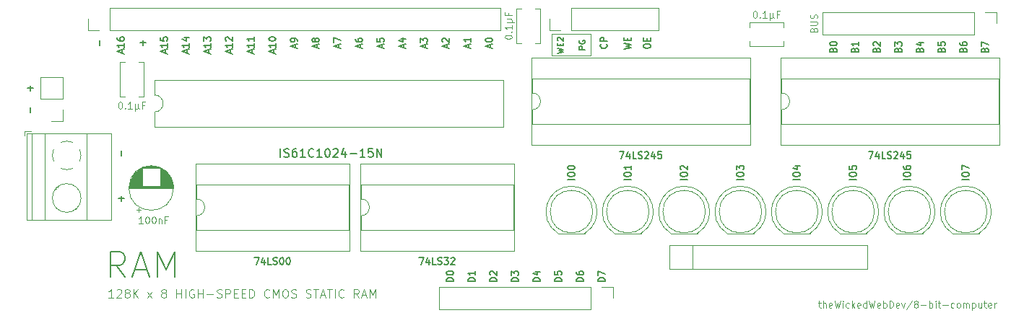
<source format=gbr>
%TF.GenerationSoftware,KiCad,Pcbnew,(5.1.9-0-10_14)*%
%TF.CreationDate,2021-05-21T22:27:02-04:00*%
%TF.ProjectId,RAM,52414d2e-6b69-4636-9164-5f7063625858,rev?*%
%TF.SameCoordinates,Original*%
%TF.FileFunction,Legend,Top*%
%TF.FilePolarity,Positive*%
%FSLAX46Y46*%
G04 Gerber Fmt 4.6, Leading zero omitted, Abs format (unit mm)*
G04 Created by KiCad (PCBNEW (5.1.9-0-10_14)) date 2021-05-21 22:27:02*
%MOMM*%
%LPD*%
G01*
G04 APERTURE LIST*
%ADD10C,0.120000*%
%ADD11C,0.150000*%
%ADD12C,0.100000*%
%ADD13C,0.200000*%
G04 APERTURE END LIST*
D10*
X134620000Y-70104000D02*
X134620000Y-68072000D01*
X139192000Y-68072000D02*
X139192000Y-70104000D01*
X139192000Y-68072000D02*
X134620000Y-68072000D01*
X134620000Y-70612000D02*
X134620000Y-70104000D01*
X139192000Y-70612000D02*
X134620000Y-70612000D01*
X139192000Y-70104000D02*
X139192000Y-70612000D01*
D11*
X135252666Y-70292000D02*
X135952666Y-70125333D01*
X135452666Y-69992000D01*
X135952666Y-69858666D01*
X135252666Y-69692000D01*
X135586000Y-69425333D02*
X135586000Y-69192000D01*
X135952666Y-69092000D02*
X135952666Y-69425333D01*
X135252666Y-69425333D01*
X135252666Y-69092000D01*
X135319333Y-68825333D02*
X135286000Y-68792000D01*
X135252666Y-68725333D01*
X135252666Y-68558666D01*
X135286000Y-68492000D01*
X135319333Y-68458666D01*
X135386000Y-68425333D01*
X135452666Y-68425333D01*
X135552666Y-68458666D01*
X135952666Y-68858666D01*
X135952666Y-68425333D01*
D12*
X165837904Y-99650571D02*
X166142666Y-99650571D01*
X165952190Y-99383904D02*
X165952190Y-100069619D01*
X165990285Y-100145809D01*
X166066476Y-100183904D01*
X166142666Y-100183904D01*
X166409333Y-100183904D02*
X166409333Y-99383904D01*
X166752190Y-100183904D02*
X166752190Y-99764857D01*
X166714095Y-99688666D01*
X166637904Y-99650571D01*
X166523619Y-99650571D01*
X166447428Y-99688666D01*
X166409333Y-99726761D01*
X167437904Y-100145809D02*
X167361714Y-100183904D01*
X167209333Y-100183904D01*
X167133142Y-100145809D01*
X167095047Y-100069619D01*
X167095047Y-99764857D01*
X167133142Y-99688666D01*
X167209333Y-99650571D01*
X167361714Y-99650571D01*
X167437904Y-99688666D01*
X167476000Y-99764857D01*
X167476000Y-99841047D01*
X167095047Y-99917238D01*
X167742666Y-99383904D02*
X167933142Y-100183904D01*
X168085523Y-99612476D01*
X168237904Y-100183904D01*
X168428380Y-99383904D01*
X168733142Y-100183904D02*
X168733142Y-99650571D01*
X168733142Y-99383904D02*
X168695047Y-99422000D01*
X168733142Y-99460095D01*
X168771238Y-99422000D01*
X168733142Y-99383904D01*
X168733142Y-99460095D01*
X169456952Y-100145809D02*
X169380761Y-100183904D01*
X169228380Y-100183904D01*
X169152190Y-100145809D01*
X169114095Y-100107714D01*
X169076000Y-100031523D01*
X169076000Y-99802952D01*
X169114095Y-99726761D01*
X169152190Y-99688666D01*
X169228380Y-99650571D01*
X169380761Y-99650571D01*
X169456952Y-99688666D01*
X169799809Y-100183904D02*
X169799809Y-99383904D01*
X169876000Y-99879142D02*
X170104571Y-100183904D01*
X170104571Y-99650571D02*
X169799809Y-99955333D01*
X170752190Y-100145809D02*
X170676000Y-100183904D01*
X170523619Y-100183904D01*
X170447428Y-100145809D01*
X170409333Y-100069619D01*
X170409333Y-99764857D01*
X170447428Y-99688666D01*
X170523619Y-99650571D01*
X170676000Y-99650571D01*
X170752190Y-99688666D01*
X170790285Y-99764857D01*
X170790285Y-99841047D01*
X170409333Y-99917238D01*
X171476000Y-100183904D02*
X171476000Y-99383904D01*
X171476000Y-100145809D02*
X171399809Y-100183904D01*
X171247428Y-100183904D01*
X171171238Y-100145809D01*
X171133142Y-100107714D01*
X171095047Y-100031523D01*
X171095047Y-99802952D01*
X171133142Y-99726761D01*
X171171238Y-99688666D01*
X171247428Y-99650571D01*
X171399809Y-99650571D01*
X171476000Y-99688666D01*
X171780761Y-99383904D02*
X171971238Y-100183904D01*
X172123619Y-99612476D01*
X172276000Y-100183904D01*
X172466476Y-99383904D01*
X173076000Y-100145809D02*
X172999809Y-100183904D01*
X172847428Y-100183904D01*
X172771238Y-100145809D01*
X172733142Y-100069619D01*
X172733142Y-99764857D01*
X172771238Y-99688666D01*
X172847428Y-99650571D01*
X172999809Y-99650571D01*
X173076000Y-99688666D01*
X173114095Y-99764857D01*
X173114095Y-99841047D01*
X172733142Y-99917238D01*
X173456952Y-100183904D02*
X173456952Y-99383904D01*
X173456952Y-99688666D02*
X173533142Y-99650571D01*
X173685523Y-99650571D01*
X173761714Y-99688666D01*
X173799809Y-99726761D01*
X173837904Y-99802952D01*
X173837904Y-100031523D01*
X173799809Y-100107714D01*
X173761714Y-100145809D01*
X173685523Y-100183904D01*
X173533142Y-100183904D01*
X173456952Y-100145809D01*
X174180761Y-100183904D02*
X174180761Y-99383904D01*
X174371238Y-99383904D01*
X174485523Y-99422000D01*
X174561714Y-99498190D01*
X174599809Y-99574380D01*
X174637904Y-99726761D01*
X174637904Y-99841047D01*
X174599809Y-99993428D01*
X174561714Y-100069619D01*
X174485523Y-100145809D01*
X174371238Y-100183904D01*
X174180761Y-100183904D01*
X175285523Y-100145809D02*
X175209333Y-100183904D01*
X175056952Y-100183904D01*
X174980761Y-100145809D01*
X174942666Y-100069619D01*
X174942666Y-99764857D01*
X174980761Y-99688666D01*
X175056952Y-99650571D01*
X175209333Y-99650571D01*
X175285523Y-99688666D01*
X175323619Y-99764857D01*
X175323619Y-99841047D01*
X174942666Y-99917238D01*
X175590285Y-99650571D02*
X175780761Y-100183904D01*
X175971238Y-99650571D01*
X176847428Y-99345809D02*
X176161714Y-100374380D01*
X177228380Y-99726761D02*
X177152190Y-99688666D01*
X177114095Y-99650571D01*
X177076000Y-99574380D01*
X177076000Y-99536285D01*
X177114095Y-99460095D01*
X177152190Y-99422000D01*
X177228380Y-99383904D01*
X177380761Y-99383904D01*
X177456952Y-99422000D01*
X177495047Y-99460095D01*
X177533142Y-99536285D01*
X177533142Y-99574380D01*
X177495047Y-99650571D01*
X177456952Y-99688666D01*
X177380761Y-99726761D01*
X177228380Y-99726761D01*
X177152190Y-99764857D01*
X177114095Y-99802952D01*
X177076000Y-99879142D01*
X177076000Y-100031523D01*
X177114095Y-100107714D01*
X177152190Y-100145809D01*
X177228380Y-100183904D01*
X177380761Y-100183904D01*
X177456952Y-100145809D01*
X177495047Y-100107714D01*
X177533142Y-100031523D01*
X177533142Y-99879142D01*
X177495047Y-99802952D01*
X177456952Y-99764857D01*
X177380761Y-99726761D01*
X177876000Y-99879142D02*
X178485523Y-99879142D01*
X178866476Y-100183904D02*
X178866476Y-99383904D01*
X178866476Y-99688666D02*
X178942666Y-99650571D01*
X179095047Y-99650571D01*
X179171238Y-99688666D01*
X179209333Y-99726761D01*
X179247428Y-99802952D01*
X179247428Y-100031523D01*
X179209333Y-100107714D01*
X179171238Y-100145809D01*
X179095047Y-100183904D01*
X178942666Y-100183904D01*
X178866476Y-100145809D01*
X179590285Y-100183904D02*
X179590285Y-99650571D01*
X179590285Y-99383904D02*
X179552190Y-99422000D01*
X179590285Y-99460095D01*
X179628380Y-99422000D01*
X179590285Y-99383904D01*
X179590285Y-99460095D01*
X179856952Y-99650571D02*
X180161714Y-99650571D01*
X179971238Y-99383904D02*
X179971238Y-100069619D01*
X180009333Y-100145809D01*
X180085523Y-100183904D01*
X180161714Y-100183904D01*
X180428380Y-99879142D02*
X181037904Y-99879142D01*
X181761714Y-100145809D02*
X181685523Y-100183904D01*
X181533142Y-100183904D01*
X181456952Y-100145809D01*
X181418857Y-100107714D01*
X181380761Y-100031523D01*
X181380761Y-99802952D01*
X181418857Y-99726761D01*
X181456952Y-99688666D01*
X181533142Y-99650571D01*
X181685523Y-99650571D01*
X181761714Y-99688666D01*
X182218857Y-100183904D02*
X182142666Y-100145809D01*
X182104571Y-100107714D01*
X182066476Y-100031523D01*
X182066476Y-99802952D01*
X182104571Y-99726761D01*
X182142666Y-99688666D01*
X182218857Y-99650571D01*
X182333142Y-99650571D01*
X182409333Y-99688666D01*
X182447428Y-99726761D01*
X182485523Y-99802952D01*
X182485523Y-100031523D01*
X182447428Y-100107714D01*
X182409333Y-100145809D01*
X182333142Y-100183904D01*
X182218857Y-100183904D01*
X182828380Y-100183904D02*
X182828380Y-99650571D01*
X182828380Y-99726761D02*
X182866476Y-99688666D01*
X182942666Y-99650571D01*
X183056952Y-99650571D01*
X183133142Y-99688666D01*
X183171238Y-99764857D01*
X183171238Y-100183904D01*
X183171238Y-99764857D02*
X183209333Y-99688666D01*
X183285523Y-99650571D01*
X183399809Y-99650571D01*
X183476000Y-99688666D01*
X183514095Y-99764857D01*
X183514095Y-100183904D01*
X183895047Y-99650571D02*
X183895047Y-100450571D01*
X183895047Y-99688666D02*
X183971238Y-99650571D01*
X184123619Y-99650571D01*
X184199809Y-99688666D01*
X184237904Y-99726761D01*
X184276000Y-99802952D01*
X184276000Y-100031523D01*
X184237904Y-100107714D01*
X184199809Y-100145809D01*
X184123619Y-100183904D01*
X183971238Y-100183904D01*
X183895047Y-100145809D01*
X184961714Y-99650571D02*
X184961714Y-100183904D01*
X184618857Y-99650571D02*
X184618857Y-100069619D01*
X184656952Y-100145809D01*
X184733142Y-100183904D01*
X184847428Y-100183904D01*
X184923619Y-100145809D01*
X184961714Y-100107714D01*
X185228380Y-99650571D02*
X185533142Y-99650571D01*
X185342666Y-99383904D02*
X185342666Y-100069619D01*
X185380761Y-100145809D01*
X185456952Y-100183904D01*
X185533142Y-100183904D01*
X186104571Y-100145809D02*
X186028380Y-100183904D01*
X185876000Y-100183904D01*
X185799809Y-100145809D01*
X185761714Y-100069619D01*
X185761714Y-99764857D01*
X185799809Y-99688666D01*
X185876000Y-99650571D01*
X186028380Y-99650571D01*
X186104571Y-99688666D01*
X186142666Y-99764857D01*
X186142666Y-99841047D01*
X185761714Y-99917238D01*
X186485523Y-100183904D02*
X186485523Y-99650571D01*
X186485523Y-99802952D02*
X186523619Y-99726761D01*
X186561714Y-99688666D01*
X186637904Y-99650571D01*
X186714095Y-99650571D01*
X83202761Y-99004380D02*
X82631333Y-99004380D01*
X82917047Y-99004380D02*
X82917047Y-98004380D01*
X82821809Y-98147238D01*
X82726571Y-98242476D01*
X82631333Y-98290095D01*
X83583714Y-98099619D02*
X83631333Y-98052000D01*
X83726571Y-98004380D01*
X83964666Y-98004380D01*
X84059904Y-98052000D01*
X84107523Y-98099619D01*
X84155142Y-98194857D01*
X84155142Y-98290095D01*
X84107523Y-98432952D01*
X83536095Y-99004380D01*
X84155142Y-99004380D01*
X84726571Y-98432952D02*
X84631333Y-98385333D01*
X84583714Y-98337714D01*
X84536095Y-98242476D01*
X84536095Y-98194857D01*
X84583714Y-98099619D01*
X84631333Y-98052000D01*
X84726571Y-98004380D01*
X84917047Y-98004380D01*
X85012285Y-98052000D01*
X85059904Y-98099619D01*
X85107523Y-98194857D01*
X85107523Y-98242476D01*
X85059904Y-98337714D01*
X85012285Y-98385333D01*
X84917047Y-98432952D01*
X84726571Y-98432952D01*
X84631333Y-98480571D01*
X84583714Y-98528190D01*
X84536095Y-98623428D01*
X84536095Y-98813904D01*
X84583714Y-98909142D01*
X84631333Y-98956761D01*
X84726571Y-99004380D01*
X84917047Y-99004380D01*
X85012285Y-98956761D01*
X85059904Y-98909142D01*
X85107523Y-98813904D01*
X85107523Y-98623428D01*
X85059904Y-98528190D01*
X85012285Y-98480571D01*
X84917047Y-98432952D01*
X85536095Y-99004380D02*
X85536095Y-98004380D01*
X86107523Y-99004380D02*
X85678952Y-98432952D01*
X86107523Y-98004380D02*
X85536095Y-98575809D01*
X87202761Y-99004380D02*
X87726571Y-98337714D01*
X87202761Y-98337714D02*
X87726571Y-99004380D01*
X89012285Y-98432952D02*
X88917047Y-98385333D01*
X88869428Y-98337714D01*
X88821809Y-98242476D01*
X88821809Y-98194857D01*
X88869428Y-98099619D01*
X88917047Y-98052000D01*
X89012285Y-98004380D01*
X89202761Y-98004380D01*
X89297999Y-98052000D01*
X89345619Y-98099619D01*
X89393238Y-98194857D01*
X89393238Y-98242476D01*
X89345619Y-98337714D01*
X89297999Y-98385333D01*
X89202761Y-98432952D01*
X89012285Y-98432952D01*
X88917047Y-98480571D01*
X88869428Y-98528190D01*
X88821809Y-98623428D01*
X88821809Y-98813904D01*
X88869428Y-98909142D01*
X88917047Y-98956761D01*
X89012285Y-99004380D01*
X89202761Y-99004380D01*
X89297999Y-98956761D01*
X89345619Y-98909142D01*
X89393238Y-98813904D01*
X89393238Y-98623428D01*
X89345619Y-98528190D01*
X89297999Y-98480571D01*
X89202761Y-98432952D01*
X90583714Y-99004380D02*
X90583714Y-98004380D01*
X90583714Y-98480571D02*
X91155142Y-98480571D01*
X91155142Y-99004380D02*
X91155142Y-98004380D01*
X91631333Y-99004380D02*
X91631333Y-98004380D01*
X92631333Y-98052000D02*
X92536095Y-98004380D01*
X92393238Y-98004380D01*
X92250380Y-98052000D01*
X92155142Y-98147238D01*
X92107523Y-98242476D01*
X92059904Y-98432952D01*
X92059904Y-98575809D01*
X92107523Y-98766285D01*
X92155142Y-98861523D01*
X92250380Y-98956761D01*
X92393238Y-99004380D01*
X92488476Y-99004380D01*
X92631333Y-98956761D01*
X92678952Y-98909142D01*
X92678952Y-98575809D01*
X92488476Y-98575809D01*
X93107523Y-99004380D02*
X93107523Y-98004380D01*
X93107523Y-98480571D02*
X93678952Y-98480571D01*
X93678952Y-99004380D02*
X93678952Y-98004380D01*
X94155142Y-98623428D02*
X94917047Y-98623428D01*
X95345619Y-98956761D02*
X95488476Y-99004380D01*
X95726571Y-99004380D01*
X95821809Y-98956761D01*
X95869428Y-98909142D01*
X95917047Y-98813904D01*
X95917047Y-98718666D01*
X95869428Y-98623428D01*
X95821809Y-98575809D01*
X95726571Y-98528190D01*
X95536095Y-98480571D01*
X95440857Y-98432952D01*
X95393238Y-98385333D01*
X95345619Y-98290095D01*
X95345619Y-98194857D01*
X95393238Y-98099619D01*
X95440857Y-98052000D01*
X95536095Y-98004380D01*
X95774190Y-98004380D01*
X95917047Y-98052000D01*
X96345619Y-99004380D02*
X96345619Y-98004380D01*
X96726571Y-98004380D01*
X96821809Y-98052000D01*
X96869428Y-98099619D01*
X96917047Y-98194857D01*
X96917047Y-98337714D01*
X96869428Y-98432952D01*
X96821809Y-98480571D01*
X96726571Y-98528190D01*
X96345619Y-98528190D01*
X97345619Y-98480571D02*
X97678952Y-98480571D01*
X97821809Y-99004380D02*
X97345619Y-99004380D01*
X97345619Y-98004380D01*
X97821809Y-98004380D01*
X98250380Y-98480571D02*
X98583714Y-98480571D01*
X98726571Y-99004380D02*
X98250380Y-99004380D01*
X98250380Y-98004380D01*
X98726571Y-98004380D01*
X99155142Y-99004380D02*
X99155142Y-98004380D01*
X99393238Y-98004380D01*
X99536095Y-98052000D01*
X99631333Y-98147238D01*
X99678952Y-98242476D01*
X99726571Y-98432952D01*
X99726571Y-98575809D01*
X99678952Y-98766285D01*
X99631333Y-98861523D01*
X99536095Y-98956761D01*
X99393238Y-99004380D01*
X99155142Y-99004380D01*
X101488476Y-98909142D02*
X101440857Y-98956761D01*
X101297999Y-99004380D01*
X101202761Y-99004380D01*
X101059904Y-98956761D01*
X100964666Y-98861523D01*
X100917047Y-98766285D01*
X100869428Y-98575809D01*
X100869428Y-98432952D01*
X100917047Y-98242476D01*
X100964666Y-98147238D01*
X101059904Y-98052000D01*
X101202761Y-98004380D01*
X101297999Y-98004380D01*
X101440857Y-98052000D01*
X101488476Y-98099619D01*
X101917047Y-99004380D02*
X101917047Y-98004380D01*
X102250380Y-98718666D01*
X102583714Y-98004380D01*
X102583714Y-99004380D01*
X103250380Y-98004380D02*
X103440857Y-98004380D01*
X103536095Y-98052000D01*
X103631333Y-98147238D01*
X103678952Y-98337714D01*
X103678952Y-98671047D01*
X103631333Y-98861523D01*
X103536095Y-98956761D01*
X103440857Y-99004380D01*
X103250380Y-99004380D01*
X103155142Y-98956761D01*
X103059904Y-98861523D01*
X103012285Y-98671047D01*
X103012285Y-98337714D01*
X103059904Y-98147238D01*
X103155142Y-98052000D01*
X103250380Y-98004380D01*
X104059904Y-98956761D02*
X104202761Y-99004380D01*
X104440857Y-99004380D01*
X104536095Y-98956761D01*
X104583714Y-98909142D01*
X104631333Y-98813904D01*
X104631333Y-98718666D01*
X104583714Y-98623428D01*
X104536095Y-98575809D01*
X104440857Y-98528190D01*
X104250380Y-98480571D01*
X104155142Y-98432952D01*
X104107523Y-98385333D01*
X104059904Y-98290095D01*
X104059904Y-98194857D01*
X104107523Y-98099619D01*
X104155142Y-98052000D01*
X104250380Y-98004380D01*
X104488476Y-98004380D01*
X104631333Y-98052000D01*
X105774190Y-98956761D02*
X105917047Y-99004380D01*
X106155142Y-99004380D01*
X106250380Y-98956761D01*
X106297999Y-98909142D01*
X106345619Y-98813904D01*
X106345619Y-98718666D01*
X106297999Y-98623428D01*
X106250380Y-98575809D01*
X106155142Y-98528190D01*
X105964666Y-98480571D01*
X105869428Y-98432952D01*
X105821809Y-98385333D01*
X105774190Y-98290095D01*
X105774190Y-98194857D01*
X105821809Y-98099619D01*
X105869428Y-98052000D01*
X105964666Y-98004380D01*
X106202761Y-98004380D01*
X106345619Y-98052000D01*
X106631333Y-98004380D02*
X107202761Y-98004380D01*
X106917047Y-99004380D02*
X106917047Y-98004380D01*
X107488476Y-98718666D02*
X107964666Y-98718666D01*
X107393238Y-99004380D02*
X107726571Y-98004380D01*
X108059904Y-99004380D01*
X108250380Y-98004380D02*
X108821809Y-98004380D01*
X108536095Y-99004380D02*
X108536095Y-98004380D01*
X109155142Y-99004380D02*
X109155142Y-98004380D01*
X110202761Y-98909142D02*
X110155142Y-98956761D01*
X110012285Y-99004380D01*
X109917047Y-99004380D01*
X109774190Y-98956761D01*
X109678952Y-98861523D01*
X109631333Y-98766285D01*
X109583714Y-98575809D01*
X109583714Y-98432952D01*
X109631333Y-98242476D01*
X109678952Y-98147238D01*
X109774190Y-98052000D01*
X109917047Y-98004380D01*
X110012285Y-98004380D01*
X110155142Y-98052000D01*
X110202761Y-98099619D01*
X111964666Y-99004380D02*
X111631333Y-98528190D01*
X111393238Y-99004380D02*
X111393238Y-98004380D01*
X111774190Y-98004380D01*
X111869428Y-98052000D01*
X111917047Y-98099619D01*
X111964666Y-98194857D01*
X111964666Y-98337714D01*
X111917047Y-98432952D01*
X111869428Y-98480571D01*
X111774190Y-98528190D01*
X111393238Y-98528190D01*
X112345619Y-98718666D02*
X112821809Y-98718666D01*
X112250380Y-99004380D02*
X112583714Y-98004380D01*
X112917047Y-99004380D01*
X113250380Y-99004380D02*
X113250380Y-98004380D01*
X113583714Y-98718666D01*
X113917047Y-98004380D01*
X113917047Y-99004380D01*
D13*
X84542571Y-96607142D02*
X83542571Y-95178571D01*
X82828285Y-96607142D02*
X82828285Y-93607142D01*
X83971142Y-93607142D01*
X84256857Y-93750000D01*
X84399714Y-93892857D01*
X84542571Y-94178571D01*
X84542571Y-94607142D01*
X84399714Y-94892857D01*
X84256857Y-95035714D01*
X83971142Y-95178571D01*
X82828285Y-95178571D01*
X85685428Y-95750000D02*
X87114000Y-95750000D01*
X85399714Y-96607142D02*
X86399714Y-93607142D01*
X87399714Y-96607142D01*
X88399714Y-96607142D02*
X88399714Y-93607142D01*
X89399714Y-95750000D01*
X90399714Y-93607142D01*
X90399714Y-96607142D01*
D11*
X137267904Y-85128000D02*
X136467904Y-85128000D01*
X136467904Y-84594666D02*
X136467904Y-84442285D01*
X136506000Y-84366095D01*
X136582190Y-84289904D01*
X136734571Y-84251809D01*
X137001238Y-84251809D01*
X137153619Y-84289904D01*
X137229809Y-84366095D01*
X137267904Y-84442285D01*
X137267904Y-84594666D01*
X137229809Y-84670857D01*
X137153619Y-84747047D01*
X137001238Y-84785142D01*
X136734571Y-84785142D01*
X136582190Y-84747047D01*
X136506000Y-84670857D01*
X136467904Y-84594666D01*
X136467904Y-83756571D02*
X136467904Y-83680380D01*
X136506000Y-83604190D01*
X136544095Y-83566095D01*
X136620285Y-83528000D01*
X136772666Y-83489904D01*
X136963142Y-83489904D01*
X137115523Y-83528000D01*
X137191714Y-83566095D01*
X137229809Y-83604190D01*
X137267904Y-83680380D01*
X137267904Y-83756571D01*
X137229809Y-83832761D01*
X137191714Y-83870857D01*
X137115523Y-83908952D01*
X136963142Y-83947047D01*
X136772666Y-83947047D01*
X136620285Y-83908952D01*
X136544095Y-83870857D01*
X136506000Y-83832761D01*
X136467904Y-83756571D01*
X143871904Y-85128000D02*
X143071904Y-85128000D01*
X143071904Y-84594666D02*
X143071904Y-84442285D01*
X143110000Y-84366095D01*
X143186190Y-84289904D01*
X143338571Y-84251809D01*
X143605238Y-84251809D01*
X143757619Y-84289904D01*
X143833809Y-84366095D01*
X143871904Y-84442285D01*
X143871904Y-84594666D01*
X143833809Y-84670857D01*
X143757619Y-84747047D01*
X143605238Y-84785142D01*
X143338571Y-84785142D01*
X143186190Y-84747047D01*
X143110000Y-84670857D01*
X143071904Y-84594666D01*
X143871904Y-83489904D02*
X143871904Y-83947047D01*
X143871904Y-83718476D02*
X143071904Y-83718476D01*
X143186190Y-83794666D01*
X143262380Y-83870857D01*
X143300476Y-83947047D01*
X150475904Y-85128000D02*
X149675904Y-85128000D01*
X149675904Y-84594666D02*
X149675904Y-84442285D01*
X149714000Y-84366095D01*
X149790190Y-84289904D01*
X149942571Y-84251809D01*
X150209238Y-84251809D01*
X150361619Y-84289904D01*
X150437809Y-84366095D01*
X150475904Y-84442285D01*
X150475904Y-84594666D01*
X150437809Y-84670857D01*
X150361619Y-84747047D01*
X150209238Y-84785142D01*
X149942571Y-84785142D01*
X149790190Y-84747047D01*
X149714000Y-84670857D01*
X149675904Y-84594666D01*
X149752095Y-83947047D02*
X149714000Y-83908952D01*
X149675904Y-83832761D01*
X149675904Y-83642285D01*
X149714000Y-83566095D01*
X149752095Y-83528000D01*
X149828285Y-83489904D01*
X149904476Y-83489904D01*
X150018761Y-83528000D01*
X150475904Y-83985142D01*
X150475904Y-83489904D01*
X157079904Y-85128000D02*
X156279904Y-85128000D01*
X156279904Y-84594666D02*
X156279904Y-84442285D01*
X156318000Y-84366095D01*
X156394190Y-84289904D01*
X156546571Y-84251809D01*
X156813238Y-84251809D01*
X156965619Y-84289904D01*
X157041809Y-84366095D01*
X157079904Y-84442285D01*
X157079904Y-84594666D01*
X157041809Y-84670857D01*
X156965619Y-84747047D01*
X156813238Y-84785142D01*
X156546571Y-84785142D01*
X156394190Y-84747047D01*
X156318000Y-84670857D01*
X156279904Y-84594666D01*
X156279904Y-83985142D02*
X156279904Y-83489904D01*
X156584666Y-83756571D01*
X156584666Y-83642285D01*
X156622761Y-83566095D01*
X156660857Y-83528000D01*
X156737047Y-83489904D01*
X156927523Y-83489904D01*
X157003714Y-83528000D01*
X157041809Y-83566095D01*
X157079904Y-83642285D01*
X157079904Y-83870857D01*
X157041809Y-83947047D01*
X157003714Y-83985142D01*
X163683904Y-85128000D02*
X162883904Y-85128000D01*
X162883904Y-84594666D02*
X162883904Y-84442285D01*
X162922000Y-84366095D01*
X162998190Y-84289904D01*
X163150571Y-84251809D01*
X163417238Y-84251809D01*
X163569619Y-84289904D01*
X163645809Y-84366095D01*
X163683904Y-84442285D01*
X163683904Y-84594666D01*
X163645809Y-84670857D01*
X163569619Y-84747047D01*
X163417238Y-84785142D01*
X163150571Y-84785142D01*
X162998190Y-84747047D01*
X162922000Y-84670857D01*
X162883904Y-84594666D01*
X163150571Y-83566095D02*
X163683904Y-83566095D01*
X162845809Y-83756571D02*
X163417238Y-83947047D01*
X163417238Y-83451809D01*
X170287904Y-85128000D02*
X169487904Y-85128000D01*
X169487904Y-84594666D02*
X169487904Y-84442285D01*
X169526000Y-84366095D01*
X169602190Y-84289904D01*
X169754571Y-84251809D01*
X170021238Y-84251809D01*
X170173619Y-84289904D01*
X170249809Y-84366095D01*
X170287904Y-84442285D01*
X170287904Y-84594666D01*
X170249809Y-84670857D01*
X170173619Y-84747047D01*
X170021238Y-84785142D01*
X169754571Y-84785142D01*
X169602190Y-84747047D01*
X169526000Y-84670857D01*
X169487904Y-84594666D01*
X169487904Y-83528000D02*
X169487904Y-83908952D01*
X169868857Y-83947047D01*
X169830761Y-83908952D01*
X169792666Y-83832761D01*
X169792666Y-83642285D01*
X169830761Y-83566095D01*
X169868857Y-83528000D01*
X169945047Y-83489904D01*
X170135523Y-83489904D01*
X170211714Y-83528000D01*
X170249809Y-83566095D01*
X170287904Y-83642285D01*
X170287904Y-83832761D01*
X170249809Y-83908952D01*
X170211714Y-83947047D01*
X176637904Y-85128000D02*
X175837904Y-85128000D01*
X175837904Y-84594666D02*
X175837904Y-84442285D01*
X175876000Y-84366095D01*
X175952190Y-84289904D01*
X176104571Y-84251809D01*
X176371238Y-84251809D01*
X176523619Y-84289904D01*
X176599809Y-84366095D01*
X176637904Y-84442285D01*
X176637904Y-84594666D01*
X176599809Y-84670857D01*
X176523619Y-84747047D01*
X176371238Y-84785142D01*
X176104571Y-84785142D01*
X175952190Y-84747047D01*
X175876000Y-84670857D01*
X175837904Y-84594666D01*
X175837904Y-83566095D02*
X175837904Y-83718476D01*
X175876000Y-83794666D01*
X175914095Y-83832761D01*
X176028380Y-83908952D01*
X176180761Y-83947047D01*
X176485523Y-83947047D01*
X176561714Y-83908952D01*
X176599809Y-83870857D01*
X176637904Y-83794666D01*
X176637904Y-83642285D01*
X176599809Y-83566095D01*
X176561714Y-83528000D01*
X176485523Y-83489904D01*
X176295047Y-83489904D01*
X176218857Y-83528000D01*
X176180761Y-83566095D01*
X176142666Y-83642285D01*
X176142666Y-83794666D01*
X176180761Y-83870857D01*
X176218857Y-83908952D01*
X176295047Y-83947047D01*
X183495904Y-85128000D02*
X182695904Y-85128000D01*
X182695904Y-84594666D02*
X182695904Y-84442285D01*
X182734000Y-84366095D01*
X182810190Y-84289904D01*
X182962571Y-84251809D01*
X183229238Y-84251809D01*
X183381619Y-84289904D01*
X183457809Y-84366095D01*
X183495904Y-84442285D01*
X183495904Y-84594666D01*
X183457809Y-84670857D01*
X183381619Y-84747047D01*
X183229238Y-84785142D01*
X182962571Y-84785142D01*
X182810190Y-84747047D01*
X182734000Y-84670857D01*
X182695904Y-84594666D01*
X182695904Y-83985142D02*
X182695904Y-83451809D01*
X183495904Y-83794666D01*
X138492666Y-69875333D02*
X137792666Y-69875333D01*
X137792666Y-69608666D01*
X137826000Y-69542000D01*
X137859333Y-69508666D01*
X137926000Y-69475333D01*
X138026000Y-69475333D01*
X138092666Y-69508666D01*
X138126000Y-69542000D01*
X138159333Y-69608666D01*
X138159333Y-69875333D01*
X137826000Y-68808666D02*
X137792666Y-68875333D01*
X137792666Y-68975333D01*
X137826000Y-69075333D01*
X137892666Y-69142000D01*
X137959333Y-69175333D01*
X138092666Y-69208666D01*
X138192666Y-69208666D01*
X138326000Y-69175333D01*
X138392666Y-69142000D01*
X138459333Y-69075333D01*
X138492666Y-68975333D01*
X138492666Y-68908666D01*
X138459333Y-68808666D01*
X138426000Y-68775333D01*
X138192666Y-68775333D01*
X138192666Y-68908666D01*
X119043714Y-94303904D02*
X119577047Y-94303904D01*
X119234190Y-95103904D01*
X120224666Y-94570571D02*
X120224666Y-95103904D01*
X120034190Y-94265809D02*
X119843714Y-94837238D01*
X120338952Y-94837238D01*
X121024666Y-95103904D02*
X120643714Y-95103904D01*
X120643714Y-94303904D01*
X121253238Y-95065809D02*
X121367523Y-95103904D01*
X121558000Y-95103904D01*
X121634190Y-95065809D01*
X121672285Y-95027714D01*
X121710380Y-94951523D01*
X121710380Y-94875333D01*
X121672285Y-94799142D01*
X121634190Y-94761047D01*
X121558000Y-94722952D01*
X121405619Y-94684857D01*
X121329428Y-94646761D01*
X121291333Y-94608666D01*
X121253238Y-94532476D01*
X121253238Y-94456285D01*
X121291333Y-94380095D01*
X121329428Y-94342000D01*
X121405619Y-94303904D01*
X121596095Y-94303904D01*
X121710380Y-94342000D01*
X121977047Y-94303904D02*
X122472285Y-94303904D01*
X122205619Y-94608666D01*
X122319904Y-94608666D01*
X122396095Y-94646761D01*
X122434190Y-94684857D01*
X122472285Y-94761047D01*
X122472285Y-94951523D01*
X122434190Y-95027714D01*
X122396095Y-95065809D01*
X122319904Y-95103904D01*
X122091333Y-95103904D01*
X122015142Y-95065809D01*
X121977047Y-95027714D01*
X122777047Y-94380095D02*
X122815142Y-94342000D01*
X122891333Y-94303904D01*
X123081809Y-94303904D01*
X123158000Y-94342000D01*
X123196095Y-94380095D01*
X123234190Y-94456285D01*
X123234190Y-94532476D01*
X123196095Y-94646761D01*
X122738952Y-95103904D01*
X123234190Y-95103904D01*
X99739714Y-94303904D02*
X100273047Y-94303904D01*
X99930190Y-95103904D01*
X100920666Y-94570571D02*
X100920666Y-95103904D01*
X100730190Y-94265809D02*
X100539714Y-94837238D01*
X101034952Y-94837238D01*
X101720666Y-95103904D02*
X101339714Y-95103904D01*
X101339714Y-94303904D01*
X101949238Y-95065809D02*
X102063523Y-95103904D01*
X102254000Y-95103904D01*
X102330190Y-95065809D01*
X102368285Y-95027714D01*
X102406380Y-94951523D01*
X102406380Y-94875333D01*
X102368285Y-94799142D01*
X102330190Y-94761047D01*
X102254000Y-94722952D01*
X102101619Y-94684857D01*
X102025428Y-94646761D01*
X101987333Y-94608666D01*
X101949238Y-94532476D01*
X101949238Y-94456285D01*
X101987333Y-94380095D01*
X102025428Y-94342000D01*
X102101619Y-94303904D01*
X102292095Y-94303904D01*
X102406380Y-94342000D01*
X102901619Y-94303904D02*
X102977809Y-94303904D01*
X103054000Y-94342000D01*
X103092095Y-94380095D01*
X103130190Y-94456285D01*
X103168285Y-94608666D01*
X103168285Y-94799142D01*
X103130190Y-94951523D01*
X103092095Y-95027714D01*
X103054000Y-95065809D01*
X102977809Y-95103904D01*
X102901619Y-95103904D01*
X102825428Y-95065809D01*
X102787333Y-95027714D01*
X102749238Y-94951523D01*
X102711142Y-94799142D01*
X102711142Y-94608666D01*
X102749238Y-94456285D01*
X102787333Y-94380095D01*
X102825428Y-94342000D01*
X102901619Y-94303904D01*
X103663523Y-94303904D02*
X103739714Y-94303904D01*
X103815904Y-94342000D01*
X103854000Y-94380095D01*
X103892095Y-94456285D01*
X103930190Y-94608666D01*
X103930190Y-94799142D01*
X103892095Y-94951523D01*
X103854000Y-95027714D01*
X103815904Y-95065809D01*
X103739714Y-95103904D01*
X103663523Y-95103904D01*
X103587333Y-95065809D01*
X103549238Y-95027714D01*
X103511142Y-94951523D01*
X103473047Y-94799142D01*
X103473047Y-94608666D01*
X103511142Y-94456285D01*
X103549238Y-94380095D01*
X103587333Y-94342000D01*
X103663523Y-94303904D01*
X171748761Y-81857904D02*
X172282095Y-81857904D01*
X171939238Y-82657904D01*
X172929714Y-82124571D02*
X172929714Y-82657904D01*
X172739238Y-81819809D02*
X172548761Y-82391238D01*
X173044000Y-82391238D01*
X173729714Y-82657904D02*
X173348761Y-82657904D01*
X173348761Y-81857904D01*
X173958285Y-82619809D02*
X174072571Y-82657904D01*
X174263047Y-82657904D01*
X174339238Y-82619809D01*
X174377333Y-82581714D01*
X174415428Y-82505523D01*
X174415428Y-82429333D01*
X174377333Y-82353142D01*
X174339238Y-82315047D01*
X174263047Y-82276952D01*
X174110666Y-82238857D01*
X174034476Y-82200761D01*
X173996380Y-82162666D01*
X173958285Y-82086476D01*
X173958285Y-82010285D01*
X173996380Y-81934095D01*
X174034476Y-81896000D01*
X174110666Y-81857904D01*
X174301142Y-81857904D01*
X174415428Y-81896000D01*
X174720190Y-81934095D02*
X174758285Y-81896000D01*
X174834476Y-81857904D01*
X175024952Y-81857904D01*
X175101142Y-81896000D01*
X175139238Y-81934095D01*
X175177333Y-82010285D01*
X175177333Y-82086476D01*
X175139238Y-82200761D01*
X174682095Y-82657904D01*
X175177333Y-82657904D01*
X175863047Y-82124571D02*
X175863047Y-82657904D01*
X175672571Y-81819809D02*
X175482095Y-82391238D01*
X175977333Y-82391238D01*
X176663047Y-81857904D02*
X176282095Y-81857904D01*
X176244000Y-82238857D01*
X176282095Y-82200761D01*
X176358285Y-82162666D01*
X176548761Y-82162666D01*
X176624952Y-82200761D01*
X176663047Y-82238857D01*
X176701142Y-82315047D01*
X176701142Y-82505523D01*
X176663047Y-82581714D01*
X176624952Y-82619809D01*
X176548761Y-82657904D01*
X176358285Y-82657904D01*
X176282095Y-82619809D01*
X176244000Y-82581714D01*
X142538761Y-81857904D02*
X143072095Y-81857904D01*
X142729238Y-82657904D01*
X143719714Y-82124571D02*
X143719714Y-82657904D01*
X143529238Y-81819809D02*
X143338761Y-82391238D01*
X143834000Y-82391238D01*
X144519714Y-82657904D02*
X144138761Y-82657904D01*
X144138761Y-81857904D01*
X144748285Y-82619809D02*
X144862571Y-82657904D01*
X145053047Y-82657904D01*
X145129238Y-82619809D01*
X145167333Y-82581714D01*
X145205428Y-82505523D01*
X145205428Y-82429333D01*
X145167333Y-82353142D01*
X145129238Y-82315047D01*
X145053047Y-82276952D01*
X144900666Y-82238857D01*
X144824476Y-82200761D01*
X144786380Y-82162666D01*
X144748285Y-82086476D01*
X144748285Y-82010285D01*
X144786380Y-81934095D01*
X144824476Y-81896000D01*
X144900666Y-81857904D01*
X145091142Y-81857904D01*
X145205428Y-81896000D01*
X145510190Y-81934095D02*
X145548285Y-81896000D01*
X145624476Y-81857904D01*
X145814952Y-81857904D01*
X145891142Y-81896000D01*
X145929238Y-81934095D01*
X145967333Y-82010285D01*
X145967333Y-82086476D01*
X145929238Y-82200761D01*
X145472095Y-82657904D01*
X145967333Y-82657904D01*
X146653047Y-82124571D02*
X146653047Y-82657904D01*
X146462571Y-81819809D02*
X146272095Y-82391238D01*
X146767333Y-82391238D01*
X147453047Y-81857904D02*
X147072095Y-81857904D01*
X147034000Y-82238857D01*
X147072095Y-82200761D01*
X147148285Y-82162666D01*
X147338761Y-82162666D01*
X147414952Y-82200761D01*
X147453047Y-82238857D01*
X147491142Y-82315047D01*
X147491142Y-82505523D01*
X147453047Y-82581714D01*
X147414952Y-82619809D01*
X147338761Y-82657904D01*
X147148285Y-82657904D01*
X147072095Y-82619809D01*
X147034000Y-82581714D01*
X102783428Y-82494380D02*
X102783428Y-81494380D01*
X103212000Y-82446761D02*
X103354857Y-82494380D01*
X103592952Y-82494380D01*
X103688190Y-82446761D01*
X103735809Y-82399142D01*
X103783428Y-82303904D01*
X103783428Y-82208666D01*
X103735809Y-82113428D01*
X103688190Y-82065809D01*
X103592952Y-82018190D01*
X103402476Y-81970571D01*
X103307238Y-81922952D01*
X103259619Y-81875333D01*
X103212000Y-81780095D01*
X103212000Y-81684857D01*
X103259619Y-81589619D01*
X103307238Y-81542000D01*
X103402476Y-81494380D01*
X103640571Y-81494380D01*
X103783428Y-81542000D01*
X104640571Y-81494380D02*
X104450095Y-81494380D01*
X104354857Y-81542000D01*
X104307238Y-81589619D01*
X104212000Y-81732476D01*
X104164380Y-81922952D01*
X104164380Y-82303904D01*
X104212000Y-82399142D01*
X104259619Y-82446761D01*
X104354857Y-82494380D01*
X104545333Y-82494380D01*
X104640571Y-82446761D01*
X104688190Y-82399142D01*
X104735809Y-82303904D01*
X104735809Y-82065809D01*
X104688190Y-81970571D01*
X104640571Y-81922952D01*
X104545333Y-81875333D01*
X104354857Y-81875333D01*
X104259619Y-81922952D01*
X104212000Y-81970571D01*
X104164380Y-82065809D01*
X105688190Y-82494380D02*
X105116761Y-82494380D01*
X105402476Y-82494380D02*
X105402476Y-81494380D01*
X105307238Y-81637238D01*
X105212000Y-81732476D01*
X105116761Y-81780095D01*
X106688190Y-82399142D02*
X106640571Y-82446761D01*
X106497714Y-82494380D01*
X106402476Y-82494380D01*
X106259619Y-82446761D01*
X106164380Y-82351523D01*
X106116761Y-82256285D01*
X106069142Y-82065809D01*
X106069142Y-81922952D01*
X106116761Y-81732476D01*
X106164380Y-81637238D01*
X106259619Y-81542000D01*
X106402476Y-81494380D01*
X106497714Y-81494380D01*
X106640571Y-81542000D01*
X106688190Y-81589619D01*
X107640571Y-82494380D02*
X107069142Y-82494380D01*
X107354857Y-82494380D02*
X107354857Y-81494380D01*
X107259619Y-81637238D01*
X107164380Y-81732476D01*
X107069142Y-81780095D01*
X108259619Y-81494380D02*
X108354857Y-81494380D01*
X108450095Y-81542000D01*
X108497714Y-81589619D01*
X108545333Y-81684857D01*
X108592952Y-81875333D01*
X108592952Y-82113428D01*
X108545333Y-82303904D01*
X108497714Y-82399142D01*
X108450095Y-82446761D01*
X108354857Y-82494380D01*
X108259619Y-82494380D01*
X108164380Y-82446761D01*
X108116761Y-82399142D01*
X108069142Y-82303904D01*
X108021523Y-82113428D01*
X108021523Y-81875333D01*
X108069142Y-81684857D01*
X108116761Y-81589619D01*
X108164380Y-81542000D01*
X108259619Y-81494380D01*
X108973904Y-81589619D02*
X109021523Y-81542000D01*
X109116761Y-81494380D01*
X109354857Y-81494380D01*
X109450095Y-81542000D01*
X109497714Y-81589619D01*
X109545333Y-81684857D01*
X109545333Y-81780095D01*
X109497714Y-81922952D01*
X108926285Y-82494380D01*
X109545333Y-82494380D01*
X110402476Y-81827714D02*
X110402476Y-82494380D01*
X110164380Y-81446761D02*
X109926285Y-82161047D01*
X110545333Y-82161047D01*
X110926285Y-82113428D02*
X111688190Y-82113428D01*
X112688190Y-82494380D02*
X112116761Y-82494380D01*
X112402476Y-82494380D02*
X112402476Y-81494380D01*
X112307238Y-81637238D01*
X112212000Y-81732476D01*
X112116761Y-81780095D01*
X113592952Y-81494380D02*
X113116761Y-81494380D01*
X113069142Y-81970571D01*
X113116761Y-81922952D01*
X113212000Y-81875333D01*
X113450095Y-81875333D01*
X113545333Y-81922952D01*
X113592952Y-81970571D01*
X113640571Y-82065809D01*
X113640571Y-82303904D01*
X113592952Y-82399142D01*
X113545333Y-82446761D01*
X113450095Y-82494380D01*
X113212000Y-82494380D01*
X113116761Y-82446761D01*
X113069142Y-82399142D01*
X114069142Y-82494380D02*
X114069142Y-81494380D01*
X114640571Y-82494380D01*
X114640571Y-81494380D01*
D12*
X129101904Y-68427428D02*
X129101904Y-68351238D01*
X129140000Y-68275047D01*
X129178095Y-68236952D01*
X129254285Y-68198857D01*
X129406666Y-68160761D01*
X129597142Y-68160761D01*
X129749523Y-68198857D01*
X129825714Y-68236952D01*
X129863809Y-68275047D01*
X129901904Y-68351238D01*
X129901904Y-68427428D01*
X129863809Y-68503619D01*
X129825714Y-68541714D01*
X129749523Y-68579809D01*
X129597142Y-68617904D01*
X129406666Y-68617904D01*
X129254285Y-68579809D01*
X129178095Y-68541714D01*
X129140000Y-68503619D01*
X129101904Y-68427428D01*
X129825714Y-67817904D02*
X129863809Y-67779809D01*
X129901904Y-67817904D01*
X129863809Y-67856000D01*
X129825714Y-67817904D01*
X129901904Y-67817904D01*
X129901904Y-67017904D02*
X129901904Y-67475047D01*
X129901904Y-67246476D02*
X129101904Y-67246476D01*
X129216190Y-67322666D01*
X129292380Y-67398857D01*
X129330476Y-67475047D01*
X129368571Y-66675047D02*
X130168571Y-66675047D01*
X129787619Y-66294095D02*
X129863809Y-66256000D01*
X129901904Y-66179809D01*
X129787619Y-66675047D02*
X129863809Y-66636952D01*
X129901904Y-66560761D01*
X129901904Y-66408380D01*
X129863809Y-66332190D01*
X129787619Y-66294095D01*
X129368571Y-66294095D01*
X129482857Y-65570285D02*
X129482857Y-65836952D01*
X129901904Y-65836952D02*
X129101904Y-65836952D01*
X129101904Y-65456000D01*
X158394571Y-65347904D02*
X158470761Y-65347904D01*
X158546952Y-65386000D01*
X158585047Y-65424095D01*
X158623142Y-65500285D01*
X158661238Y-65652666D01*
X158661238Y-65843142D01*
X158623142Y-65995523D01*
X158585047Y-66071714D01*
X158546952Y-66109809D01*
X158470761Y-66147904D01*
X158394571Y-66147904D01*
X158318380Y-66109809D01*
X158280285Y-66071714D01*
X158242190Y-65995523D01*
X158204095Y-65843142D01*
X158204095Y-65652666D01*
X158242190Y-65500285D01*
X158280285Y-65424095D01*
X158318380Y-65386000D01*
X158394571Y-65347904D01*
X159004095Y-66071714D02*
X159042190Y-66109809D01*
X159004095Y-66147904D01*
X158966000Y-66109809D01*
X159004095Y-66071714D01*
X159004095Y-66147904D01*
X159804095Y-66147904D02*
X159346952Y-66147904D01*
X159575523Y-66147904D02*
X159575523Y-65347904D01*
X159499333Y-65462190D01*
X159423142Y-65538380D01*
X159346952Y-65576476D01*
X160146952Y-65614571D02*
X160146952Y-66414571D01*
X160527904Y-66033619D02*
X160566000Y-66109809D01*
X160642190Y-66147904D01*
X160146952Y-66033619D02*
X160185047Y-66109809D01*
X160261238Y-66147904D01*
X160413619Y-66147904D01*
X160489809Y-66109809D01*
X160527904Y-66033619D01*
X160527904Y-65614571D01*
X161251714Y-65728857D02*
X160985047Y-65728857D01*
X160985047Y-66147904D02*
X160985047Y-65347904D01*
X161366000Y-65347904D01*
X83972571Y-76015904D02*
X84048761Y-76015904D01*
X84124952Y-76054000D01*
X84163047Y-76092095D01*
X84201142Y-76168285D01*
X84239238Y-76320666D01*
X84239238Y-76511142D01*
X84201142Y-76663523D01*
X84163047Y-76739714D01*
X84124952Y-76777809D01*
X84048761Y-76815904D01*
X83972571Y-76815904D01*
X83896380Y-76777809D01*
X83858285Y-76739714D01*
X83820190Y-76663523D01*
X83782095Y-76511142D01*
X83782095Y-76320666D01*
X83820190Y-76168285D01*
X83858285Y-76092095D01*
X83896380Y-76054000D01*
X83972571Y-76015904D01*
X84582095Y-76739714D02*
X84620190Y-76777809D01*
X84582095Y-76815904D01*
X84544000Y-76777809D01*
X84582095Y-76739714D01*
X84582095Y-76815904D01*
X85382095Y-76815904D02*
X84924952Y-76815904D01*
X85153523Y-76815904D02*
X85153523Y-76015904D01*
X85077333Y-76130190D01*
X85001142Y-76206380D01*
X84924952Y-76244476D01*
X85724952Y-76282571D02*
X85724952Y-77082571D01*
X86105904Y-76701619D02*
X86144000Y-76777809D01*
X86220190Y-76815904D01*
X85724952Y-76701619D02*
X85763047Y-76777809D01*
X85839238Y-76815904D01*
X85991619Y-76815904D01*
X86067809Y-76777809D01*
X86105904Y-76701619D01*
X86105904Y-76282571D01*
X86829714Y-76396857D02*
X86563047Y-76396857D01*
X86563047Y-76815904D02*
X86563047Y-76015904D01*
X86944000Y-76015904D01*
X86645904Y-90277904D02*
X86188761Y-90277904D01*
X86417333Y-90277904D02*
X86417333Y-89477904D01*
X86341142Y-89592190D01*
X86264952Y-89668380D01*
X86188761Y-89706476D01*
X87141142Y-89477904D02*
X87217333Y-89477904D01*
X87293523Y-89516000D01*
X87331619Y-89554095D01*
X87369714Y-89630285D01*
X87407809Y-89782666D01*
X87407809Y-89973142D01*
X87369714Y-90125523D01*
X87331619Y-90201714D01*
X87293523Y-90239809D01*
X87217333Y-90277904D01*
X87141142Y-90277904D01*
X87064952Y-90239809D01*
X87026857Y-90201714D01*
X86988761Y-90125523D01*
X86950666Y-89973142D01*
X86950666Y-89782666D01*
X86988761Y-89630285D01*
X87026857Y-89554095D01*
X87064952Y-89516000D01*
X87141142Y-89477904D01*
X87903047Y-89477904D02*
X87979238Y-89477904D01*
X88055428Y-89516000D01*
X88093523Y-89554095D01*
X88131619Y-89630285D01*
X88169714Y-89782666D01*
X88169714Y-89973142D01*
X88131619Y-90125523D01*
X88093523Y-90201714D01*
X88055428Y-90239809D01*
X87979238Y-90277904D01*
X87903047Y-90277904D01*
X87826857Y-90239809D01*
X87788761Y-90201714D01*
X87750666Y-90125523D01*
X87712571Y-89973142D01*
X87712571Y-89782666D01*
X87750666Y-89630285D01*
X87788761Y-89554095D01*
X87826857Y-89516000D01*
X87903047Y-89477904D01*
X88512571Y-89744571D02*
X88512571Y-90277904D01*
X88512571Y-89820761D02*
X88550666Y-89782666D01*
X88626857Y-89744571D01*
X88741142Y-89744571D01*
X88817333Y-89782666D01*
X88855428Y-89858857D01*
X88855428Y-90277904D01*
X89503047Y-89858857D02*
X89236380Y-89858857D01*
X89236380Y-90277904D02*
X89236380Y-89477904D01*
X89617333Y-89477904D01*
D11*
X140823904Y-97110476D02*
X140023904Y-97110476D01*
X140023904Y-96920000D01*
X140062000Y-96805714D01*
X140138190Y-96729523D01*
X140214380Y-96691428D01*
X140366761Y-96653333D01*
X140481047Y-96653333D01*
X140633428Y-96691428D01*
X140709619Y-96729523D01*
X140785809Y-96805714D01*
X140823904Y-96920000D01*
X140823904Y-97110476D01*
X140023904Y-96386666D02*
X140023904Y-95853333D01*
X140823904Y-96196190D01*
X138283904Y-97110476D02*
X137483904Y-97110476D01*
X137483904Y-96920000D01*
X137522000Y-96805714D01*
X137598190Y-96729523D01*
X137674380Y-96691428D01*
X137826761Y-96653333D01*
X137941047Y-96653333D01*
X138093428Y-96691428D01*
X138169619Y-96729523D01*
X138245809Y-96805714D01*
X138283904Y-96920000D01*
X138283904Y-97110476D01*
X137483904Y-95967619D02*
X137483904Y-96120000D01*
X137522000Y-96196190D01*
X137560095Y-96234285D01*
X137674380Y-96310476D01*
X137826761Y-96348571D01*
X138131523Y-96348571D01*
X138207714Y-96310476D01*
X138245809Y-96272380D01*
X138283904Y-96196190D01*
X138283904Y-96043809D01*
X138245809Y-95967619D01*
X138207714Y-95929523D01*
X138131523Y-95891428D01*
X137941047Y-95891428D01*
X137864857Y-95929523D01*
X137826761Y-95967619D01*
X137788666Y-96043809D01*
X137788666Y-96196190D01*
X137826761Y-96272380D01*
X137864857Y-96310476D01*
X137941047Y-96348571D01*
X135743904Y-97110476D02*
X134943904Y-97110476D01*
X134943904Y-96920000D01*
X134982000Y-96805714D01*
X135058190Y-96729523D01*
X135134380Y-96691428D01*
X135286761Y-96653333D01*
X135401047Y-96653333D01*
X135553428Y-96691428D01*
X135629619Y-96729523D01*
X135705809Y-96805714D01*
X135743904Y-96920000D01*
X135743904Y-97110476D01*
X134943904Y-95929523D02*
X134943904Y-96310476D01*
X135324857Y-96348571D01*
X135286761Y-96310476D01*
X135248666Y-96234285D01*
X135248666Y-96043809D01*
X135286761Y-95967619D01*
X135324857Y-95929523D01*
X135401047Y-95891428D01*
X135591523Y-95891428D01*
X135667714Y-95929523D01*
X135705809Y-95967619D01*
X135743904Y-96043809D01*
X135743904Y-96234285D01*
X135705809Y-96310476D01*
X135667714Y-96348571D01*
X133203904Y-97110476D02*
X132403904Y-97110476D01*
X132403904Y-96920000D01*
X132442000Y-96805714D01*
X132518190Y-96729523D01*
X132594380Y-96691428D01*
X132746761Y-96653333D01*
X132861047Y-96653333D01*
X133013428Y-96691428D01*
X133089619Y-96729523D01*
X133165809Y-96805714D01*
X133203904Y-96920000D01*
X133203904Y-97110476D01*
X132670571Y-95967619D02*
X133203904Y-95967619D01*
X132365809Y-96158095D02*
X132937238Y-96348571D01*
X132937238Y-95853333D01*
X130663904Y-97110476D02*
X129863904Y-97110476D01*
X129863904Y-96920000D01*
X129902000Y-96805714D01*
X129978190Y-96729523D01*
X130054380Y-96691428D01*
X130206761Y-96653333D01*
X130321047Y-96653333D01*
X130473428Y-96691428D01*
X130549619Y-96729523D01*
X130625809Y-96805714D01*
X130663904Y-96920000D01*
X130663904Y-97110476D01*
X129863904Y-96386666D02*
X129863904Y-95891428D01*
X130168666Y-96158095D01*
X130168666Y-96043809D01*
X130206761Y-95967619D01*
X130244857Y-95929523D01*
X130321047Y-95891428D01*
X130511523Y-95891428D01*
X130587714Y-95929523D01*
X130625809Y-95967619D01*
X130663904Y-96043809D01*
X130663904Y-96272380D01*
X130625809Y-96348571D01*
X130587714Y-96386666D01*
X128123904Y-97110476D02*
X127323904Y-97110476D01*
X127323904Y-96920000D01*
X127362000Y-96805714D01*
X127438190Y-96729523D01*
X127514380Y-96691428D01*
X127666761Y-96653333D01*
X127781047Y-96653333D01*
X127933428Y-96691428D01*
X128009619Y-96729523D01*
X128085809Y-96805714D01*
X128123904Y-96920000D01*
X128123904Y-97110476D01*
X127400095Y-96348571D02*
X127362000Y-96310476D01*
X127323904Y-96234285D01*
X127323904Y-96043809D01*
X127362000Y-95967619D01*
X127400095Y-95929523D01*
X127476285Y-95891428D01*
X127552476Y-95891428D01*
X127666761Y-95929523D01*
X128123904Y-96386666D01*
X128123904Y-95891428D01*
X125583904Y-97110476D02*
X124783904Y-97110476D01*
X124783904Y-96920000D01*
X124822000Y-96805714D01*
X124898190Y-96729523D01*
X124974380Y-96691428D01*
X125126761Y-96653333D01*
X125241047Y-96653333D01*
X125393428Y-96691428D01*
X125469619Y-96729523D01*
X125545809Y-96805714D01*
X125583904Y-96920000D01*
X125583904Y-97110476D01*
X125583904Y-95891428D02*
X125583904Y-96348571D01*
X125583904Y-96120000D02*
X124783904Y-96120000D01*
X124898190Y-96196190D01*
X124974380Y-96272380D01*
X125012476Y-96348571D01*
X123043904Y-97110476D02*
X122243904Y-97110476D01*
X122243904Y-96920000D01*
X122282000Y-96805714D01*
X122358190Y-96729523D01*
X122434380Y-96691428D01*
X122586761Y-96653333D01*
X122701047Y-96653333D01*
X122853428Y-96691428D01*
X122929619Y-96729523D01*
X123005809Y-96805714D01*
X123043904Y-96920000D01*
X123043904Y-97110476D01*
X122243904Y-96158095D02*
X122243904Y-96081904D01*
X122282000Y-96005714D01*
X122320095Y-95967619D01*
X122396285Y-95929523D01*
X122548666Y-95891428D01*
X122739142Y-95891428D01*
X122891523Y-95929523D01*
X122967714Y-95967619D01*
X123005809Y-96005714D01*
X123043904Y-96081904D01*
X123043904Y-96158095D01*
X123005809Y-96234285D01*
X122967714Y-96272380D01*
X122891523Y-96310476D01*
X122739142Y-96348571D01*
X122548666Y-96348571D01*
X122396285Y-96310476D01*
X122320095Y-96272380D01*
X122282000Y-96234285D01*
X122243904Y-96158095D01*
X84131142Y-82346761D02*
X84131142Y-81737238D01*
X84131142Y-87680761D02*
X84131142Y-87071238D01*
X84435904Y-87376000D02*
X83826380Y-87376000D01*
X73463142Y-74726761D02*
X73463142Y-74117238D01*
X73767904Y-74422000D02*
X73158380Y-74422000D01*
X73463142Y-77266761D02*
X73463142Y-76657238D01*
D12*
X165296857Y-67544857D02*
X165334952Y-67430571D01*
X165373047Y-67392476D01*
X165449238Y-67354380D01*
X165563523Y-67354380D01*
X165639714Y-67392476D01*
X165677809Y-67430571D01*
X165715904Y-67506761D01*
X165715904Y-67811523D01*
X164915904Y-67811523D01*
X164915904Y-67544857D01*
X164954000Y-67468666D01*
X164992095Y-67430571D01*
X165068285Y-67392476D01*
X165144476Y-67392476D01*
X165220666Y-67430571D01*
X165258761Y-67468666D01*
X165296857Y-67544857D01*
X165296857Y-67811523D01*
X164915904Y-67011523D02*
X165563523Y-67011523D01*
X165639714Y-66973428D01*
X165677809Y-66935333D01*
X165715904Y-66859142D01*
X165715904Y-66706761D01*
X165677809Y-66630571D01*
X165639714Y-66592476D01*
X165563523Y-66554380D01*
X164915904Y-66554380D01*
X165677809Y-66211523D02*
X165715904Y-66097238D01*
X165715904Y-65906761D01*
X165677809Y-65830571D01*
X165639714Y-65792476D01*
X165563523Y-65754380D01*
X165487333Y-65754380D01*
X165411142Y-65792476D01*
X165373047Y-65830571D01*
X165334952Y-65906761D01*
X165296857Y-66059142D01*
X165258761Y-66135333D01*
X165220666Y-66173428D01*
X165144476Y-66211523D01*
X165068285Y-66211523D01*
X164992095Y-66173428D01*
X164954000Y-66135333D01*
X164915904Y-66059142D01*
X164915904Y-65868666D01*
X164954000Y-65754380D01*
D11*
X185362857Y-69919809D02*
X185400952Y-69805523D01*
X185439047Y-69767428D01*
X185515238Y-69729333D01*
X185629523Y-69729333D01*
X185705714Y-69767428D01*
X185743809Y-69805523D01*
X185781904Y-69881714D01*
X185781904Y-70186476D01*
X184981904Y-70186476D01*
X184981904Y-69919809D01*
X185020000Y-69843619D01*
X185058095Y-69805523D01*
X185134285Y-69767428D01*
X185210476Y-69767428D01*
X185286666Y-69805523D01*
X185324761Y-69843619D01*
X185362857Y-69919809D01*
X185362857Y-70186476D01*
X184981904Y-69462666D02*
X184981904Y-68929333D01*
X185781904Y-69272190D01*
X182822857Y-69919809D02*
X182860952Y-69805523D01*
X182899047Y-69767428D01*
X182975238Y-69729333D01*
X183089523Y-69729333D01*
X183165714Y-69767428D01*
X183203809Y-69805523D01*
X183241904Y-69881714D01*
X183241904Y-70186476D01*
X182441904Y-70186476D01*
X182441904Y-69919809D01*
X182480000Y-69843619D01*
X182518095Y-69805523D01*
X182594285Y-69767428D01*
X182670476Y-69767428D01*
X182746666Y-69805523D01*
X182784761Y-69843619D01*
X182822857Y-69919809D01*
X182822857Y-70186476D01*
X182441904Y-69043619D02*
X182441904Y-69196000D01*
X182480000Y-69272190D01*
X182518095Y-69310285D01*
X182632380Y-69386476D01*
X182784761Y-69424571D01*
X183089523Y-69424571D01*
X183165714Y-69386476D01*
X183203809Y-69348380D01*
X183241904Y-69272190D01*
X183241904Y-69119809D01*
X183203809Y-69043619D01*
X183165714Y-69005523D01*
X183089523Y-68967428D01*
X182899047Y-68967428D01*
X182822857Y-69005523D01*
X182784761Y-69043619D01*
X182746666Y-69119809D01*
X182746666Y-69272190D01*
X182784761Y-69348380D01*
X182822857Y-69386476D01*
X182899047Y-69424571D01*
X180282857Y-69919809D02*
X180320952Y-69805523D01*
X180359047Y-69767428D01*
X180435238Y-69729333D01*
X180549523Y-69729333D01*
X180625714Y-69767428D01*
X180663809Y-69805523D01*
X180701904Y-69881714D01*
X180701904Y-70186476D01*
X179901904Y-70186476D01*
X179901904Y-69919809D01*
X179940000Y-69843619D01*
X179978095Y-69805523D01*
X180054285Y-69767428D01*
X180130476Y-69767428D01*
X180206666Y-69805523D01*
X180244761Y-69843619D01*
X180282857Y-69919809D01*
X180282857Y-70186476D01*
X179901904Y-69005523D02*
X179901904Y-69386476D01*
X180282857Y-69424571D01*
X180244761Y-69386476D01*
X180206666Y-69310285D01*
X180206666Y-69119809D01*
X180244761Y-69043619D01*
X180282857Y-69005523D01*
X180359047Y-68967428D01*
X180549523Y-68967428D01*
X180625714Y-69005523D01*
X180663809Y-69043619D01*
X180701904Y-69119809D01*
X180701904Y-69310285D01*
X180663809Y-69386476D01*
X180625714Y-69424571D01*
X177742857Y-69919809D02*
X177780952Y-69805523D01*
X177819047Y-69767428D01*
X177895238Y-69729333D01*
X178009523Y-69729333D01*
X178085714Y-69767428D01*
X178123809Y-69805523D01*
X178161904Y-69881714D01*
X178161904Y-70186476D01*
X177361904Y-70186476D01*
X177361904Y-69919809D01*
X177400000Y-69843619D01*
X177438095Y-69805523D01*
X177514285Y-69767428D01*
X177590476Y-69767428D01*
X177666666Y-69805523D01*
X177704761Y-69843619D01*
X177742857Y-69919809D01*
X177742857Y-70186476D01*
X177628571Y-69043619D02*
X178161904Y-69043619D01*
X177323809Y-69234095D02*
X177895238Y-69424571D01*
X177895238Y-68929333D01*
X175202857Y-69919809D02*
X175240952Y-69805523D01*
X175279047Y-69767428D01*
X175355238Y-69729333D01*
X175469523Y-69729333D01*
X175545714Y-69767428D01*
X175583809Y-69805523D01*
X175621904Y-69881714D01*
X175621904Y-70186476D01*
X174821904Y-70186476D01*
X174821904Y-69919809D01*
X174860000Y-69843619D01*
X174898095Y-69805523D01*
X174974285Y-69767428D01*
X175050476Y-69767428D01*
X175126666Y-69805523D01*
X175164761Y-69843619D01*
X175202857Y-69919809D01*
X175202857Y-70186476D01*
X174821904Y-69462666D02*
X174821904Y-68967428D01*
X175126666Y-69234095D01*
X175126666Y-69119809D01*
X175164761Y-69043619D01*
X175202857Y-69005523D01*
X175279047Y-68967428D01*
X175469523Y-68967428D01*
X175545714Y-69005523D01*
X175583809Y-69043619D01*
X175621904Y-69119809D01*
X175621904Y-69348380D01*
X175583809Y-69424571D01*
X175545714Y-69462666D01*
X172662857Y-69919809D02*
X172700952Y-69805523D01*
X172739047Y-69767428D01*
X172815238Y-69729333D01*
X172929523Y-69729333D01*
X173005714Y-69767428D01*
X173043809Y-69805523D01*
X173081904Y-69881714D01*
X173081904Y-70186476D01*
X172281904Y-70186476D01*
X172281904Y-69919809D01*
X172320000Y-69843619D01*
X172358095Y-69805523D01*
X172434285Y-69767428D01*
X172510476Y-69767428D01*
X172586666Y-69805523D01*
X172624761Y-69843619D01*
X172662857Y-69919809D01*
X172662857Y-70186476D01*
X172358095Y-69424571D02*
X172320000Y-69386476D01*
X172281904Y-69310285D01*
X172281904Y-69119809D01*
X172320000Y-69043619D01*
X172358095Y-69005523D01*
X172434285Y-68967428D01*
X172510476Y-68967428D01*
X172624761Y-69005523D01*
X173081904Y-69462666D01*
X173081904Y-68967428D01*
X170122857Y-69919809D02*
X170160952Y-69805523D01*
X170199047Y-69767428D01*
X170275238Y-69729333D01*
X170389523Y-69729333D01*
X170465714Y-69767428D01*
X170503809Y-69805523D01*
X170541904Y-69881714D01*
X170541904Y-70186476D01*
X169741904Y-70186476D01*
X169741904Y-69919809D01*
X169780000Y-69843619D01*
X169818095Y-69805523D01*
X169894285Y-69767428D01*
X169970476Y-69767428D01*
X170046666Y-69805523D01*
X170084761Y-69843619D01*
X170122857Y-69919809D01*
X170122857Y-70186476D01*
X170541904Y-68967428D02*
X170541904Y-69424571D01*
X170541904Y-69196000D02*
X169741904Y-69196000D01*
X169856190Y-69272190D01*
X169932380Y-69348380D01*
X169970476Y-69424571D01*
X167582857Y-69919809D02*
X167620952Y-69805523D01*
X167659047Y-69767428D01*
X167735238Y-69729333D01*
X167849523Y-69729333D01*
X167925714Y-69767428D01*
X167963809Y-69805523D01*
X168001904Y-69881714D01*
X168001904Y-70186476D01*
X167201904Y-70186476D01*
X167201904Y-69919809D01*
X167240000Y-69843619D01*
X167278095Y-69805523D01*
X167354285Y-69767428D01*
X167430476Y-69767428D01*
X167506666Y-69805523D01*
X167544761Y-69843619D01*
X167582857Y-69919809D01*
X167582857Y-70186476D01*
X167201904Y-69234095D02*
X167201904Y-69157904D01*
X167240000Y-69081714D01*
X167278095Y-69043619D01*
X167354285Y-69005523D01*
X167506666Y-68967428D01*
X167697142Y-68967428D01*
X167849523Y-69005523D01*
X167925714Y-69043619D01*
X167963809Y-69081714D01*
X168001904Y-69157904D01*
X168001904Y-69234095D01*
X167963809Y-69310285D01*
X167925714Y-69348380D01*
X167849523Y-69386476D01*
X167697142Y-69424571D01*
X167506666Y-69424571D01*
X167354285Y-69386476D01*
X167278095Y-69348380D01*
X167240000Y-69310285D01*
X167201904Y-69234095D01*
X86671142Y-69392761D02*
X86671142Y-68783238D01*
X86975904Y-69088000D02*
X86366380Y-69088000D01*
X81591142Y-69392761D02*
X81591142Y-68783238D01*
X84207333Y-70294380D02*
X84207333Y-69913428D01*
X84435904Y-70370571D02*
X83635904Y-70103904D01*
X84435904Y-69837238D01*
X84435904Y-69151523D02*
X84435904Y-69608666D01*
X84435904Y-69380095D02*
X83635904Y-69380095D01*
X83750190Y-69456285D01*
X83826380Y-69532476D01*
X83864476Y-69608666D01*
X83635904Y-68465809D02*
X83635904Y-68618190D01*
X83674000Y-68694380D01*
X83712095Y-68732476D01*
X83826380Y-68808666D01*
X83978761Y-68846761D01*
X84283523Y-68846761D01*
X84359714Y-68808666D01*
X84397809Y-68770571D01*
X84435904Y-68694380D01*
X84435904Y-68542000D01*
X84397809Y-68465809D01*
X84359714Y-68427714D01*
X84283523Y-68389619D01*
X84093047Y-68389619D01*
X84016857Y-68427714D01*
X83978761Y-68465809D01*
X83940666Y-68542000D01*
X83940666Y-68694380D01*
X83978761Y-68770571D01*
X84016857Y-68808666D01*
X84093047Y-68846761D01*
X89287333Y-70294380D02*
X89287333Y-69913428D01*
X89515904Y-70370571D02*
X88715904Y-70103904D01*
X89515904Y-69837238D01*
X89515904Y-69151523D02*
X89515904Y-69608666D01*
X89515904Y-69380095D02*
X88715904Y-69380095D01*
X88830190Y-69456285D01*
X88906380Y-69532476D01*
X88944476Y-69608666D01*
X88715904Y-68427714D02*
X88715904Y-68808666D01*
X89096857Y-68846761D01*
X89058761Y-68808666D01*
X89020666Y-68732476D01*
X89020666Y-68542000D01*
X89058761Y-68465809D01*
X89096857Y-68427714D01*
X89173047Y-68389619D01*
X89363523Y-68389619D01*
X89439714Y-68427714D01*
X89477809Y-68465809D01*
X89515904Y-68542000D01*
X89515904Y-68732476D01*
X89477809Y-68808666D01*
X89439714Y-68846761D01*
X91827333Y-70294380D02*
X91827333Y-69913428D01*
X92055904Y-70370571D02*
X91255904Y-70103904D01*
X92055904Y-69837238D01*
X92055904Y-69151523D02*
X92055904Y-69608666D01*
X92055904Y-69380095D02*
X91255904Y-69380095D01*
X91370190Y-69456285D01*
X91446380Y-69532476D01*
X91484476Y-69608666D01*
X91522571Y-68465809D02*
X92055904Y-68465809D01*
X91217809Y-68656285D02*
X91789238Y-68846761D01*
X91789238Y-68351523D01*
X127387333Y-69659428D02*
X127387333Y-69278476D01*
X127615904Y-69735619D02*
X126815904Y-69468952D01*
X127615904Y-69202285D01*
X126815904Y-68783238D02*
X126815904Y-68707047D01*
X126854000Y-68630857D01*
X126892095Y-68592761D01*
X126968285Y-68554666D01*
X127120666Y-68516571D01*
X127311142Y-68516571D01*
X127463523Y-68554666D01*
X127539714Y-68592761D01*
X127577809Y-68630857D01*
X127615904Y-68707047D01*
X127615904Y-68783238D01*
X127577809Y-68859428D01*
X127539714Y-68897523D01*
X127463523Y-68935619D01*
X127311142Y-68973714D01*
X127120666Y-68973714D01*
X126968285Y-68935619D01*
X126892095Y-68897523D01*
X126854000Y-68859428D01*
X126815904Y-68783238D01*
X124847333Y-69659428D02*
X124847333Y-69278476D01*
X125075904Y-69735619D02*
X124275904Y-69468952D01*
X125075904Y-69202285D01*
X125075904Y-68516571D02*
X125075904Y-68973714D01*
X125075904Y-68745142D02*
X124275904Y-68745142D01*
X124390190Y-68821333D01*
X124466380Y-68897523D01*
X124504476Y-68973714D01*
X122307333Y-69659428D02*
X122307333Y-69278476D01*
X122535904Y-69735619D02*
X121735904Y-69468952D01*
X122535904Y-69202285D01*
X121812095Y-68973714D02*
X121774000Y-68935619D01*
X121735904Y-68859428D01*
X121735904Y-68668952D01*
X121774000Y-68592761D01*
X121812095Y-68554666D01*
X121888285Y-68516571D01*
X121964476Y-68516571D01*
X122078761Y-68554666D01*
X122535904Y-69011809D01*
X122535904Y-68516571D01*
X119767333Y-69659428D02*
X119767333Y-69278476D01*
X119995904Y-69735619D02*
X119195904Y-69468952D01*
X119995904Y-69202285D01*
X119195904Y-69011809D02*
X119195904Y-68516571D01*
X119500666Y-68783238D01*
X119500666Y-68668952D01*
X119538761Y-68592761D01*
X119576857Y-68554666D01*
X119653047Y-68516571D01*
X119843523Y-68516571D01*
X119919714Y-68554666D01*
X119957809Y-68592761D01*
X119995904Y-68668952D01*
X119995904Y-68897523D01*
X119957809Y-68973714D01*
X119919714Y-69011809D01*
X117227333Y-69659428D02*
X117227333Y-69278476D01*
X117455904Y-69735619D02*
X116655904Y-69468952D01*
X117455904Y-69202285D01*
X116922571Y-68592761D02*
X117455904Y-68592761D01*
X116617809Y-68783238D02*
X117189238Y-68973714D01*
X117189238Y-68478476D01*
X114687333Y-69659428D02*
X114687333Y-69278476D01*
X114915904Y-69735619D02*
X114115904Y-69468952D01*
X114915904Y-69202285D01*
X114115904Y-68554666D02*
X114115904Y-68935619D01*
X114496857Y-68973714D01*
X114458761Y-68935619D01*
X114420666Y-68859428D01*
X114420666Y-68668952D01*
X114458761Y-68592761D01*
X114496857Y-68554666D01*
X114573047Y-68516571D01*
X114763523Y-68516571D01*
X114839714Y-68554666D01*
X114877809Y-68592761D01*
X114915904Y-68668952D01*
X114915904Y-68859428D01*
X114877809Y-68935619D01*
X114839714Y-68973714D01*
X112147333Y-69659428D02*
X112147333Y-69278476D01*
X112375904Y-69735619D02*
X111575904Y-69468952D01*
X112375904Y-69202285D01*
X111575904Y-68592761D02*
X111575904Y-68745142D01*
X111614000Y-68821333D01*
X111652095Y-68859428D01*
X111766380Y-68935619D01*
X111918761Y-68973714D01*
X112223523Y-68973714D01*
X112299714Y-68935619D01*
X112337809Y-68897523D01*
X112375904Y-68821333D01*
X112375904Y-68668952D01*
X112337809Y-68592761D01*
X112299714Y-68554666D01*
X112223523Y-68516571D01*
X112033047Y-68516571D01*
X111956857Y-68554666D01*
X111918761Y-68592761D01*
X111880666Y-68668952D01*
X111880666Y-68821333D01*
X111918761Y-68897523D01*
X111956857Y-68935619D01*
X112033047Y-68973714D01*
X109607333Y-69659428D02*
X109607333Y-69278476D01*
X109835904Y-69735619D02*
X109035904Y-69468952D01*
X109835904Y-69202285D01*
X109035904Y-69011809D02*
X109035904Y-68478476D01*
X109835904Y-68821333D01*
X107067333Y-69659428D02*
X107067333Y-69278476D01*
X107295904Y-69735619D02*
X106495904Y-69468952D01*
X107295904Y-69202285D01*
X106838761Y-68821333D02*
X106800666Y-68897523D01*
X106762571Y-68935619D01*
X106686380Y-68973714D01*
X106648285Y-68973714D01*
X106572095Y-68935619D01*
X106534000Y-68897523D01*
X106495904Y-68821333D01*
X106495904Y-68668952D01*
X106534000Y-68592761D01*
X106572095Y-68554666D01*
X106648285Y-68516571D01*
X106686380Y-68516571D01*
X106762571Y-68554666D01*
X106800666Y-68592761D01*
X106838761Y-68668952D01*
X106838761Y-68821333D01*
X106876857Y-68897523D01*
X106914952Y-68935619D01*
X106991142Y-68973714D01*
X107143523Y-68973714D01*
X107219714Y-68935619D01*
X107257809Y-68897523D01*
X107295904Y-68821333D01*
X107295904Y-68668952D01*
X107257809Y-68592761D01*
X107219714Y-68554666D01*
X107143523Y-68516571D01*
X106991142Y-68516571D01*
X106914952Y-68554666D01*
X106876857Y-68592761D01*
X106838761Y-68668952D01*
X104527333Y-69659428D02*
X104527333Y-69278476D01*
X104755904Y-69735619D02*
X103955904Y-69468952D01*
X104755904Y-69202285D01*
X104755904Y-68897523D02*
X104755904Y-68745142D01*
X104717809Y-68668952D01*
X104679714Y-68630857D01*
X104565428Y-68554666D01*
X104413047Y-68516571D01*
X104108285Y-68516571D01*
X104032095Y-68554666D01*
X103994000Y-68592761D01*
X103955904Y-68668952D01*
X103955904Y-68821333D01*
X103994000Y-68897523D01*
X104032095Y-68935619D01*
X104108285Y-68973714D01*
X104298761Y-68973714D01*
X104374952Y-68935619D01*
X104413047Y-68897523D01*
X104451142Y-68821333D01*
X104451142Y-68668952D01*
X104413047Y-68592761D01*
X104374952Y-68554666D01*
X104298761Y-68516571D01*
X101987333Y-70294380D02*
X101987333Y-69913428D01*
X102215904Y-70370571D02*
X101415904Y-70103904D01*
X102215904Y-69837238D01*
X102215904Y-69151523D02*
X102215904Y-69608666D01*
X102215904Y-69380095D02*
X101415904Y-69380095D01*
X101530190Y-69456285D01*
X101606380Y-69532476D01*
X101644476Y-69608666D01*
X101415904Y-68656285D02*
X101415904Y-68580095D01*
X101454000Y-68503904D01*
X101492095Y-68465809D01*
X101568285Y-68427714D01*
X101720666Y-68389619D01*
X101911142Y-68389619D01*
X102063523Y-68427714D01*
X102139714Y-68465809D01*
X102177809Y-68503904D01*
X102215904Y-68580095D01*
X102215904Y-68656285D01*
X102177809Y-68732476D01*
X102139714Y-68770571D01*
X102063523Y-68808666D01*
X101911142Y-68846761D01*
X101720666Y-68846761D01*
X101568285Y-68808666D01*
X101492095Y-68770571D01*
X101454000Y-68732476D01*
X101415904Y-68656285D01*
X99447333Y-70294380D02*
X99447333Y-69913428D01*
X99675904Y-70370571D02*
X98875904Y-70103904D01*
X99675904Y-69837238D01*
X99675904Y-69151523D02*
X99675904Y-69608666D01*
X99675904Y-69380095D02*
X98875904Y-69380095D01*
X98990190Y-69456285D01*
X99066380Y-69532476D01*
X99104476Y-69608666D01*
X99675904Y-68389619D02*
X99675904Y-68846761D01*
X99675904Y-68618190D02*
X98875904Y-68618190D01*
X98990190Y-68694380D01*
X99066380Y-68770571D01*
X99104476Y-68846761D01*
X96907333Y-70294380D02*
X96907333Y-69913428D01*
X97135904Y-70370571D02*
X96335904Y-70103904D01*
X97135904Y-69837238D01*
X97135904Y-69151523D02*
X97135904Y-69608666D01*
X97135904Y-69380095D02*
X96335904Y-69380095D01*
X96450190Y-69456285D01*
X96526380Y-69532476D01*
X96564476Y-69608666D01*
X96412095Y-68846761D02*
X96374000Y-68808666D01*
X96335904Y-68732476D01*
X96335904Y-68542000D01*
X96374000Y-68465809D01*
X96412095Y-68427714D01*
X96488285Y-68389619D01*
X96564476Y-68389619D01*
X96678761Y-68427714D01*
X97135904Y-68884857D01*
X97135904Y-68389619D01*
X94367333Y-70294380D02*
X94367333Y-69913428D01*
X94595904Y-70370571D02*
X93795904Y-70103904D01*
X94595904Y-69837238D01*
X94595904Y-69151523D02*
X94595904Y-69608666D01*
X94595904Y-69380095D02*
X93795904Y-69380095D01*
X93910190Y-69456285D01*
X93986380Y-69532476D01*
X94024476Y-69608666D01*
X93795904Y-68884857D02*
X93795904Y-68389619D01*
X94100666Y-68656285D01*
X94100666Y-68542000D01*
X94138761Y-68465809D01*
X94176857Y-68427714D01*
X94253047Y-68389619D01*
X94443523Y-68389619D01*
X94519714Y-68427714D01*
X94557809Y-68465809D01*
X94595904Y-68542000D01*
X94595904Y-68770571D01*
X94557809Y-68846761D01*
X94519714Y-68884857D01*
X141001714Y-69240380D02*
X141039809Y-69278476D01*
X141077904Y-69392761D01*
X141077904Y-69468952D01*
X141039809Y-69583238D01*
X140963619Y-69659428D01*
X140887428Y-69697523D01*
X140735047Y-69735619D01*
X140620761Y-69735619D01*
X140468380Y-69697523D01*
X140392190Y-69659428D01*
X140316000Y-69583238D01*
X140277904Y-69468952D01*
X140277904Y-69392761D01*
X140316000Y-69278476D01*
X140354095Y-69240380D01*
X141077904Y-68897523D02*
X140277904Y-68897523D01*
X140277904Y-68592761D01*
X140316000Y-68516571D01*
X140354095Y-68478476D01*
X140430285Y-68440380D01*
X140544571Y-68440380D01*
X140620761Y-68478476D01*
X140658857Y-68516571D01*
X140696952Y-68592761D01*
X140696952Y-68897523D01*
X143071904Y-69792761D02*
X143871904Y-69602285D01*
X143300476Y-69449904D01*
X143871904Y-69297523D01*
X143071904Y-69107047D01*
X143452857Y-68802285D02*
X143452857Y-68535619D01*
X143871904Y-68421333D02*
X143871904Y-68802285D01*
X143071904Y-68802285D01*
X143071904Y-68421333D01*
X145357904Y-69526095D02*
X145357904Y-69373714D01*
X145396000Y-69297523D01*
X145472190Y-69221333D01*
X145624571Y-69183238D01*
X145891238Y-69183238D01*
X146043619Y-69221333D01*
X146119809Y-69297523D01*
X146157904Y-69373714D01*
X146157904Y-69526095D01*
X146119809Y-69602285D01*
X146043619Y-69678476D01*
X145891238Y-69716571D01*
X145624571Y-69716571D01*
X145472190Y-69678476D01*
X145396000Y-69602285D01*
X145357904Y-69526095D01*
X145738857Y-68840380D02*
X145738857Y-68573714D01*
X146157904Y-68459428D02*
X146157904Y-68840380D01*
X145357904Y-68840380D01*
X145357904Y-68459428D01*
D10*
%TO.C,J2*%
X147126000Y-67624000D02*
X147126000Y-64964000D01*
X136906000Y-67624000D02*
X147126000Y-67624000D01*
X136906000Y-64964000D02*
X147126000Y-64964000D01*
X136906000Y-67624000D02*
X136906000Y-64964000D01*
X135636000Y-67624000D02*
X134306000Y-67624000D01*
X134306000Y-67624000D02*
X134306000Y-66294000D01*
%TO.C,U6*%
X112148000Y-83252000D02*
X112148000Y-93532000D01*
X130168000Y-83252000D02*
X112148000Y-83252000D01*
X130168000Y-93532000D02*
X130168000Y-83252000D01*
X112148000Y-93532000D02*
X130168000Y-93532000D01*
X112208000Y-85742000D02*
X112208000Y-87392000D01*
X130108000Y-85742000D02*
X112208000Y-85742000D01*
X130108000Y-91042000D02*
X130108000Y-85742000D01*
X112208000Y-91042000D02*
X130108000Y-91042000D01*
X112208000Y-89392000D02*
X112208000Y-91042000D01*
X112208000Y-87392000D02*
G75*
G02*
X112208000Y-89392000I0J-1000000D01*
G01*
%TO.C,U4*%
X92904000Y-89392000D02*
X92904000Y-91042000D01*
X92904000Y-91042000D02*
X110804000Y-91042000D01*
X110804000Y-91042000D02*
X110804000Y-85742000D01*
X110804000Y-85742000D02*
X92904000Y-85742000D01*
X92904000Y-85742000D02*
X92904000Y-87392000D01*
X92844000Y-93532000D02*
X110864000Y-93532000D01*
X110864000Y-93532000D02*
X110864000Y-83252000D01*
X110864000Y-83252000D02*
X92844000Y-83252000D01*
X92844000Y-83252000D02*
X92844000Y-93532000D01*
X92904000Y-87392000D02*
G75*
G02*
X92904000Y-89392000I0J-1000000D01*
G01*
%TO.C,U2*%
X161484000Y-76946000D02*
X161484000Y-78596000D01*
X161484000Y-78596000D02*
X187004000Y-78596000D01*
X187004000Y-78596000D02*
X187004000Y-73296000D01*
X187004000Y-73296000D02*
X161484000Y-73296000D01*
X161484000Y-73296000D02*
X161484000Y-74946000D01*
X161424000Y-81086000D02*
X187064000Y-81086000D01*
X187064000Y-81086000D02*
X187064000Y-70806000D01*
X187064000Y-70806000D02*
X161424000Y-70806000D01*
X161424000Y-70806000D02*
X161424000Y-81086000D01*
X161484000Y-74946000D02*
G75*
G02*
X161484000Y-76946000I0J-1000000D01*
G01*
%TO.C,J7*%
X121352000Y-97730000D02*
X121352000Y-100390000D01*
X139192000Y-97730000D02*
X121352000Y-97730000D01*
X139192000Y-100390000D02*
X121352000Y-100390000D01*
X139192000Y-97730000D02*
X139192000Y-100390000D01*
X140462000Y-97730000D02*
X141792000Y-97730000D01*
X141792000Y-97730000D02*
X141792000Y-99060000D01*
%TO.C,J6*%
X166310000Y-65472000D02*
X166310000Y-68132000D01*
X184150000Y-65472000D02*
X166310000Y-65472000D01*
X184150000Y-68132000D02*
X166310000Y-68132000D01*
X184150000Y-65472000D02*
X184150000Y-68132000D01*
X185420000Y-65472000D02*
X186750000Y-65472000D01*
X186750000Y-65472000D02*
X186750000Y-66802000D01*
%TO.C,J3*%
X77276000Y-73092000D02*
X74616000Y-73092000D01*
X77276000Y-75692000D02*
X77276000Y-73092000D01*
X74616000Y-75692000D02*
X74616000Y-73092000D01*
X77276000Y-75692000D02*
X74616000Y-75692000D01*
X77276000Y-76962000D02*
X77276000Y-78292000D01*
X77276000Y-78292000D02*
X75946000Y-78292000D01*
%TO.C,J1*%
X128584000Y-67624000D02*
X128584000Y-64964000D01*
X82804000Y-67624000D02*
X128584000Y-67624000D01*
X82804000Y-64964000D02*
X128584000Y-64964000D01*
X82804000Y-67624000D02*
X82804000Y-64964000D01*
X81534000Y-67624000D02*
X80204000Y-67624000D01*
X80204000Y-67624000D02*
X80204000Y-66294000D01*
%TO.C,U3*%
X132274000Y-76946000D02*
X132274000Y-78596000D01*
X132274000Y-78596000D02*
X157794000Y-78596000D01*
X157794000Y-78596000D02*
X157794000Y-73296000D01*
X157794000Y-73296000D02*
X132274000Y-73296000D01*
X132274000Y-73296000D02*
X132274000Y-74946000D01*
X132214000Y-81086000D02*
X157854000Y-81086000D01*
X157854000Y-81086000D02*
X157854000Y-70806000D01*
X157854000Y-70806000D02*
X132214000Y-70806000D01*
X132214000Y-70806000D02*
X132214000Y-81086000D01*
X132274000Y-74946000D02*
G75*
G02*
X132274000Y-76946000I0J-1000000D01*
G01*
%TO.C,U1*%
X88018000Y-77200000D02*
X88018000Y-78970000D01*
X88018000Y-78970000D02*
X128898000Y-78970000D01*
X128898000Y-78970000D02*
X128898000Y-73430000D01*
X128898000Y-73430000D02*
X88018000Y-73430000D01*
X88018000Y-73430000D02*
X88018000Y-75200000D01*
X88018000Y-75200000D02*
G75*
G02*
X88018000Y-77200000I0J-1000000D01*
G01*
%TO.C,RN1*%
X148420000Y-92834000D02*
X148420000Y-95634000D01*
X148420000Y-95634000D02*
X171620000Y-95634000D01*
X171620000Y-95634000D02*
X171620000Y-92834000D01*
X171620000Y-92834000D02*
X148420000Y-92834000D01*
X151130000Y-92834000D02*
X151130000Y-95634000D01*
%TO.C,J4*%
X79404000Y-87296000D02*
G75*
G03*
X79404000Y-87296000I-1680000J0D01*
G01*
X73624000Y-79736000D02*
X73624000Y-89856000D01*
X75124000Y-79736000D02*
X75124000Y-89856000D01*
X80025000Y-79736000D02*
X80025000Y-89856000D01*
X82985000Y-79736000D02*
X82985000Y-89856000D01*
X73064000Y-79736000D02*
X73064000Y-89856000D01*
X82985000Y-79736000D02*
X73064000Y-79736000D01*
X82985000Y-89856000D02*
X73064000Y-89856000D01*
X78793000Y-88571000D02*
X78747000Y-88524000D01*
X76485000Y-86262000D02*
X76450000Y-86227000D01*
X78999000Y-88366000D02*
X78963000Y-88331000D01*
X76701000Y-86069000D02*
X76655000Y-86022000D01*
X73564000Y-79496000D02*
X72824000Y-79496000D01*
X72824000Y-79496000D02*
X72824000Y-79996000D01*
X76043747Y-82324805D02*
G75*
G02*
X76189000Y-81612000I1680253J28805D01*
G01*
X77040958Y-80760574D02*
G75*
G02*
X78408000Y-80761000I683042J-1535426D01*
G01*
X79259426Y-81612958D02*
G75*
G02*
X79259000Y-82980000I-1535426J-683042D01*
G01*
X78407042Y-83831426D02*
G75*
G02*
X77040000Y-83831000I-683042J1535426D01*
G01*
X76189244Y-82979318D02*
G75*
G02*
X76044000Y-82296000I1534756J683318D01*
G01*
%TO.C,D8*%
X139406000Y-88900000D02*
G75*
G03*
X139406000Y-88900000I-2500000J0D01*
G01*
X135361000Y-91460000D02*
X138451000Y-91460000D01*
X136905538Y-85910000D02*
G75*
G02*
X138450830Y-91460000I462J-2990000D01*
G01*
X136906462Y-85910000D02*
G75*
G03*
X135361170Y-91460000I-462J-2990000D01*
G01*
%TO.C,D7*%
X146010000Y-88900000D02*
G75*
G03*
X146010000Y-88900000I-2500000J0D01*
G01*
X141965000Y-91460000D02*
X145055000Y-91460000D01*
X143509538Y-85910000D02*
G75*
G02*
X145054830Y-91460000I462J-2990000D01*
G01*
X143510462Y-85910000D02*
G75*
G03*
X141965170Y-91460000I-462J-2990000D01*
G01*
%TO.C,D6*%
X152614000Y-88900000D02*
G75*
G03*
X152614000Y-88900000I-2500000J0D01*
G01*
X148569000Y-91460000D02*
X151659000Y-91460000D01*
X150113538Y-85910000D02*
G75*
G02*
X151658830Y-91460000I462J-2990000D01*
G01*
X150114462Y-85910000D02*
G75*
G03*
X148569170Y-91460000I-462J-2990000D01*
G01*
%TO.C,D5*%
X159218000Y-88900000D02*
G75*
G03*
X159218000Y-88900000I-2500000J0D01*
G01*
X155173000Y-91460000D02*
X158263000Y-91460000D01*
X156717538Y-85910000D02*
G75*
G02*
X158262830Y-91460000I462J-2990000D01*
G01*
X156718462Y-85910000D02*
G75*
G03*
X155173170Y-91460000I-462J-2990000D01*
G01*
%TO.C,D4*%
X165822000Y-88900000D02*
G75*
G03*
X165822000Y-88900000I-2500000J0D01*
G01*
X161777000Y-91460000D02*
X164867000Y-91460000D01*
X163321538Y-85910000D02*
G75*
G02*
X164866830Y-91460000I462J-2990000D01*
G01*
X163322462Y-85910000D02*
G75*
G03*
X161777170Y-91460000I-462J-2990000D01*
G01*
%TO.C,D3*%
X172426000Y-88900000D02*
G75*
G03*
X172426000Y-88900000I-2500000J0D01*
G01*
X168381000Y-91460000D02*
X171471000Y-91460000D01*
X169925538Y-85910000D02*
G75*
G02*
X171470830Y-91460000I462J-2990000D01*
G01*
X169926462Y-85910000D02*
G75*
G03*
X168381170Y-91460000I-462J-2990000D01*
G01*
%TO.C,D2*%
X179030000Y-88900000D02*
G75*
G03*
X179030000Y-88900000I-2500000J0D01*
G01*
X174985000Y-91460000D02*
X178075000Y-91460000D01*
X176529538Y-85910000D02*
G75*
G02*
X178074830Y-91460000I462J-2990000D01*
G01*
X176530462Y-85910000D02*
G75*
G03*
X174985170Y-91460000I-462J-2990000D01*
G01*
%TO.C,D1*%
X185634000Y-88900000D02*
G75*
G03*
X185634000Y-88900000I-2500000J0D01*
G01*
X181589000Y-91460000D02*
X184679000Y-91460000D01*
X183133538Y-85910000D02*
G75*
G02*
X184678830Y-91460000I462J-2990000D01*
G01*
X183134462Y-85910000D02*
G75*
G03*
X181589170Y-91460000I-462J-2990000D01*
G01*
%TO.C,C4*%
X161806000Y-69492000D02*
X157766000Y-69492000D01*
X161806000Y-66652000D02*
X157766000Y-66652000D01*
X161806000Y-69492000D02*
X161806000Y-68867000D01*
X161806000Y-67277000D02*
X161806000Y-66652000D01*
X157766000Y-69492000D02*
X157766000Y-68867000D01*
X157766000Y-67277000D02*
X157766000Y-66652000D01*
%TO.C,C3*%
X130406000Y-69096000D02*
X130406000Y-65056000D01*
X133246000Y-69096000D02*
X133246000Y-65056000D01*
X130406000Y-69096000D02*
X131031000Y-69096000D01*
X132621000Y-69096000D02*
X133246000Y-69096000D01*
X130406000Y-65056000D02*
X131031000Y-65056000D01*
X132621000Y-65056000D02*
X133246000Y-65056000D01*
%TO.C,C2*%
X86764000Y-71366000D02*
X86764000Y-75406000D01*
X83924000Y-71366000D02*
X83924000Y-75406000D01*
X86764000Y-71366000D02*
X86139000Y-71366000D01*
X84549000Y-71366000D02*
X83924000Y-71366000D01*
X86764000Y-75406000D02*
X86139000Y-75406000D01*
X84549000Y-75406000D02*
X83924000Y-75406000D01*
%TO.C,C1*%
X90250000Y-86126000D02*
G75*
G03*
X90250000Y-86126000I-2620000J0D01*
G01*
X85050000Y-86126000D02*
X90210000Y-86126000D01*
X85050000Y-86086000D02*
X90210000Y-86086000D01*
X85051000Y-86046000D02*
X90209000Y-86046000D01*
X85052000Y-86006000D02*
X90208000Y-86006000D01*
X85054000Y-85966000D02*
X90206000Y-85966000D01*
X85057000Y-85926000D02*
X90203000Y-85926000D01*
X85061000Y-85886000D02*
X86590000Y-85886000D01*
X88670000Y-85886000D02*
X90199000Y-85886000D01*
X85065000Y-85846000D02*
X86590000Y-85846000D01*
X88670000Y-85846000D02*
X90195000Y-85846000D01*
X85069000Y-85806000D02*
X86590000Y-85806000D01*
X88670000Y-85806000D02*
X90191000Y-85806000D01*
X85074000Y-85766000D02*
X86590000Y-85766000D01*
X88670000Y-85766000D02*
X90186000Y-85766000D01*
X85080000Y-85726000D02*
X86590000Y-85726000D01*
X88670000Y-85726000D02*
X90180000Y-85726000D01*
X85087000Y-85686000D02*
X86590000Y-85686000D01*
X88670000Y-85686000D02*
X90173000Y-85686000D01*
X85094000Y-85646000D02*
X86590000Y-85646000D01*
X88670000Y-85646000D02*
X90166000Y-85646000D01*
X85102000Y-85606000D02*
X86590000Y-85606000D01*
X88670000Y-85606000D02*
X90158000Y-85606000D01*
X85110000Y-85566000D02*
X86590000Y-85566000D01*
X88670000Y-85566000D02*
X90150000Y-85566000D01*
X85119000Y-85526000D02*
X86590000Y-85526000D01*
X88670000Y-85526000D02*
X90141000Y-85526000D01*
X85129000Y-85486000D02*
X86590000Y-85486000D01*
X88670000Y-85486000D02*
X90131000Y-85486000D01*
X85139000Y-85446000D02*
X86590000Y-85446000D01*
X88670000Y-85446000D02*
X90121000Y-85446000D01*
X85150000Y-85405000D02*
X86590000Y-85405000D01*
X88670000Y-85405000D02*
X90110000Y-85405000D01*
X85162000Y-85365000D02*
X86590000Y-85365000D01*
X88670000Y-85365000D02*
X90098000Y-85365000D01*
X85175000Y-85325000D02*
X86590000Y-85325000D01*
X88670000Y-85325000D02*
X90085000Y-85325000D01*
X85188000Y-85285000D02*
X86590000Y-85285000D01*
X88670000Y-85285000D02*
X90072000Y-85285000D01*
X85202000Y-85245000D02*
X86590000Y-85245000D01*
X88670000Y-85245000D02*
X90058000Y-85245000D01*
X85216000Y-85205000D02*
X86590000Y-85205000D01*
X88670000Y-85205000D02*
X90044000Y-85205000D01*
X85232000Y-85165000D02*
X86590000Y-85165000D01*
X88670000Y-85165000D02*
X90028000Y-85165000D01*
X85248000Y-85125000D02*
X86590000Y-85125000D01*
X88670000Y-85125000D02*
X90012000Y-85125000D01*
X85265000Y-85085000D02*
X86590000Y-85085000D01*
X88670000Y-85085000D02*
X89995000Y-85085000D01*
X85282000Y-85045000D02*
X86590000Y-85045000D01*
X88670000Y-85045000D02*
X89978000Y-85045000D01*
X85301000Y-85005000D02*
X86590000Y-85005000D01*
X88670000Y-85005000D02*
X89959000Y-85005000D01*
X85320000Y-84965000D02*
X86590000Y-84965000D01*
X88670000Y-84965000D02*
X89940000Y-84965000D01*
X85340000Y-84925000D02*
X86590000Y-84925000D01*
X88670000Y-84925000D02*
X89920000Y-84925000D01*
X85362000Y-84885000D02*
X86590000Y-84885000D01*
X88670000Y-84885000D02*
X89898000Y-84885000D01*
X85383000Y-84845000D02*
X86590000Y-84845000D01*
X88670000Y-84845000D02*
X89877000Y-84845000D01*
X85406000Y-84805000D02*
X86590000Y-84805000D01*
X88670000Y-84805000D02*
X89854000Y-84805000D01*
X85430000Y-84765000D02*
X86590000Y-84765000D01*
X88670000Y-84765000D02*
X89830000Y-84765000D01*
X85455000Y-84725000D02*
X86590000Y-84725000D01*
X88670000Y-84725000D02*
X89805000Y-84725000D01*
X85481000Y-84685000D02*
X86590000Y-84685000D01*
X88670000Y-84685000D02*
X89779000Y-84685000D01*
X85508000Y-84645000D02*
X86590000Y-84645000D01*
X88670000Y-84645000D02*
X89752000Y-84645000D01*
X85535000Y-84605000D02*
X86590000Y-84605000D01*
X88670000Y-84605000D02*
X89725000Y-84605000D01*
X85565000Y-84565000D02*
X86590000Y-84565000D01*
X88670000Y-84565000D02*
X89695000Y-84565000D01*
X85595000Y-84525000D02*
X86590000Y-84525000D01*
X88670000Y-84525000D02*
X89665000Y-84525000D01*
X85626000Y-84485000D02*
X86590000Y-84485000D01*
X88670000Y-84485000D02*
X89634000Y-84485000D01*
X85659000Y-84445000D02*
X86590000Y-84445000D01*
X88670000Y-84445000D02*
X89601000Y-84445000D01*
X85693000Y-84405000D02*
X86590000Y-84405000D01*
X88670000Y-84405000D02*
X89567000Y-84405000D01*
X85729000Y-84365000D02*
X86590000Y-84365000D01*
X88670000Y-84365000D02*
X89531000Y-84365000D01*
X85766000Y-84325000D02*
X86590000Y-84325000D01*
X88670000Y-84325000D02*
X89494000Y-84325000D01*
X85804000Y-84285000D02*
X86590000Y-84285000D01*
X88670000Y-84285000D02*
X89456000Y-84285000D01*
X85845000Y-84245000D02*
X86590000Y-84245000D01*
X88670000Y-84245000D02*
X89415000Y-84245000D01*
X85887000Y-84205000D02*
X86590000Y-84205000D01*
X88670000Y-84205000D02*
X89373000Y-84205000D01*
X85931000Y-84165000D02*
X86590000Y-84165000D01*
X88670000Y-84165000D02*
X89329000Y-84165000D01*
X85977000Y-84125000D02*
X86590000Y-84125000D01*
X88670000Y-84125000D02*
X89283000Y-84125000D01*
X86025000Y-84085000D02*
X86590000Y-84085000D01*
X88670000Y-84085000D02*
X89235000Y-84085000D01*
X86076000Y-84045000D02*
X86590000Y-84045000D01*
X88670000Y-84045000D02*
X89184000Y-84045000D01*
X86130000Y-84005000D02*
X86590000Y-84005000D01*
X88670000Y-84005000D02*
X89130000Y-84005000D01*
X86187000Y-83965000D02*
X86590000Y-83965000D01*
X88670000Y-83965000D02*
X89073000Y-83965000D01*
X86247000Y-83925000D02*
X86590000Y-83925000D01*
X88670000Y-83925000D02*
X89013000Y-83925000D01*
X86311000Y-83885000D02*
X86590000Y-83885000D01*
X88670000Y-83885000D02*
X88949000Y-83885000D01*
X86379000Y-83845000D02*
X86590000Y-83845000D01*
X88670000Y-83845000D02*
X88881000Y-83845000D01*
X86452000Y-83805000D02*
X88808000Y-83805000D01*
X86532000Y-83765000D02*
X88728000Y-83765000D01*
X86619000Y-83725000D02*
X88641000Y-83725000D01*
X86715000Y-83685000D02*
X88545000Y-83685000D01*
X86825000Y-83645000D02*
X88435000Y-83645000D01*
X86953000Y-83605000D02*
X88307000Y-83605000D01*
X87112000Y-83565000D02*
X88148000Y-83565000D01*
X87346000Y-83525000D02*
X87914000Y-83525000D01*
X86155000Y-88930775D02*
X86155000Y-88430775D01*
X85905000Y-88680775D02*
X86405000Y-88680775D01*
%TD*%
M02*

</source>
